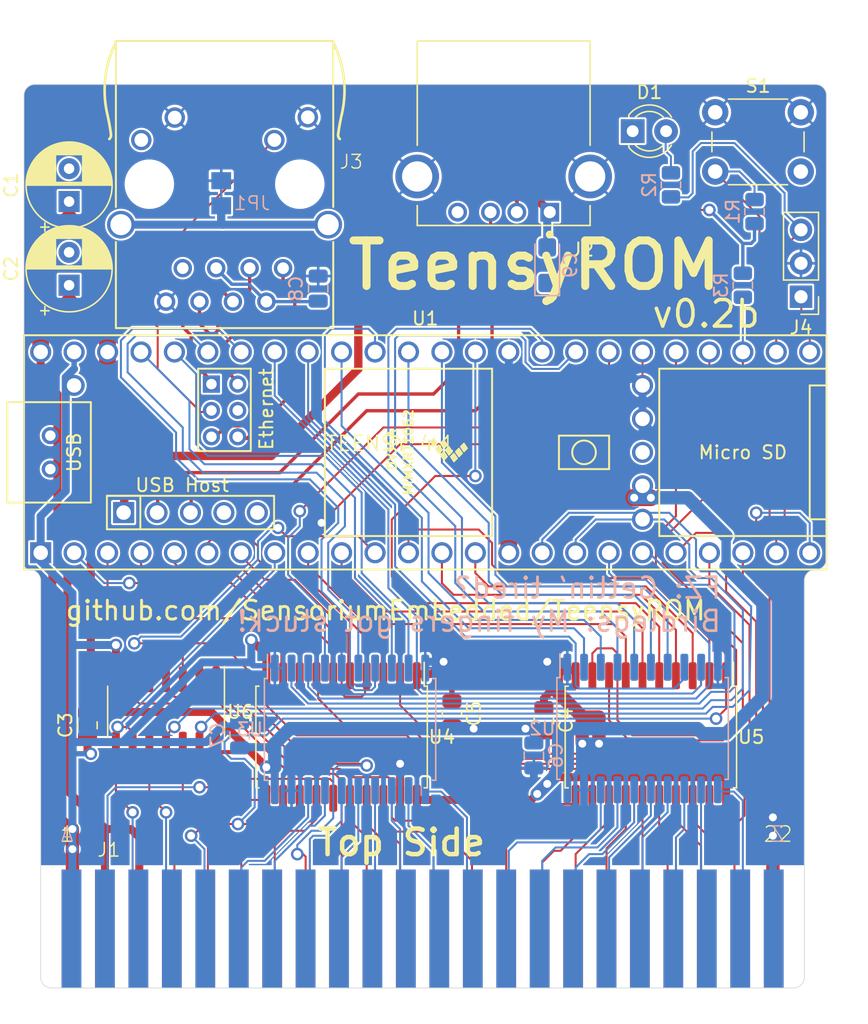
<source format=kicad_pcb>
(kicad_pcb (version 20211014) (generator pcbnew)
  (layers (0 "F.Cu" signal) (31 "B.Cu" signal) (34 "B.Paste" user) (35 "F.Paste" user) (36 "B.SilkS" user "B.Silkscreen") (37 "F.SilkS" user "F.Silkscreen") (38 "B.Mask" user) (39 "F.Mask" user) (44 "Edge.Cuts" user))
  (net 0 "")
  (net 1 "+5V")
  (net 2 "GND")
  (net 3 "Net-(C8-Pad2)")
  (net 4 "Net-(D1-PadA)")
  (net 5 "/~{IRQ}")
  (net 6 "/R{slash}~{W}")
  (net 7 "/DOT_CLK")
  (net 8 "/~{IO1}")
  (net 9 "/~{GAME}")
  (net 10 "/~{EXROM}")
  (net 11 "/~{IO2}")
  (net 12 "/~{ROML}")
  (net 13 "/BA")
  (net 14 "/~{DMA}")
  (net 15 "/D7")
  (net 16 "/D6")
  (net 17 "/D5")
  (net 18 "/D4")
  (net 19 "/D3")
  (net 20 "/D2")
  (net 21 "/D1")
  (net 22 "/D0")
  (net 23 "/~{ROMH}")
  (net 24 "/~{RESET}")
  (net 25 "/~{NMI}")
  (net 26 "/PHI2")
  (net 27 "/A15")
  (net 28 "/A14")
  (net 29 "/A13")
  (net 30 "/A12")
  (net 31 "/A11")
  (net 32 "/A10")
  (net 33 "/A9")
  (net 34 "/A8")
  (net 35 "/A7")
  (net 36 "/A6")
  (net 37 "/A5")
  (net 38 "/A4")
  (net 39 "/A3")
  (net 40 "/A2")
  (net 41 "/A1")
  (net 42 "/A0")
  (net 43 "/ETH_T+")
  (net 44 "/ETH_T-")
  (net 45 "/ETH_R+")
  (net 46 "/ETH_R-")
  (net 48 "/ETH_LED")
  (net 50 "+3V3")
  (net 51 "Net-(J3-PadS1)")
  (net 52 "/DEBUG")
  (net 53 "/LED")
  (net 54 "/~{BUTTON}")
  (net 55 "/~{DATA_CE}")
  (net 56 "/A7_B")
  (net 57 "/A6_B")
  (net 58 "/A5_B")
  (net 59 "/A4_B")
  (net 60 "/A3_B")
  (net 61 "/A2_B")
  (net 62 "/A1_B")
  (net 63 "/A0_B")
  (net 64 "/A15_B")
  (net 65 "/A14_B")
  (net 66 "/A13_B")
  (net 67 "/A12_B")
  (net 68 "/A11_B")
  (net 69 "/A10_B")
  (net 70 "/A9_B")
  (net 71 "/A8_B")
  (net 72 "/BA_B")
  (net 73 "/~{ROML_B}")
  (net 74 "/~{IO2_B}")
  (net 75 "/~{ROMH_B}")
  (net 76 "/~{IO1_B}")
  (net 77 "/DOT_CLK_B")
  (net 78 "/R{slash}~{W_B}")
  (net 79 "/PHI2_B")
  (net 80 "/D0_B")
  (net 81 "/D1_B")
  (net 82 "/D2_B")
  (net 83 "/D3_B")
  (net 84 "/D4_B")
  (net 85 "/D5_B")
  (net 86 "/D6_B")
  (net 87 "/D7_B")
  (net 88 "/~{GAME_O}")
  (net 89 "/~{DMA_O}")
  (net 90 "/~{EXROM_O}")
  (net 91 "/~{RESET_O}")
  (net 92 "/~{NMI_O}")
  (net 93 "/~{IRQ_O}")
  (footprint "Teensy:Teensy41" (layer "F.Cu") (at 148.503358 98.6379)
    (fp_text reference "U1")
    (fp_text value "TEENSY41")
  )
  (footprint "Capacitor_THT:CP_Radial_D6.3mm_P2.50mm" (layer "F.Cu") (at 121.4501 79.6036 90)
    (fp_text reference "C1")
    (fp_text value "100uF")
  )
  (footprint "Button_Switch_THT:SW_PUSH_6mm_H5mm" (layer "F.Cu") (at 170.533649 72.824288)
    (fp_text reference "S1")
    (fp_text value "SW-MOM")
  )
  (footprint "LED_THT:LED_D3.0mm" (layer "F.Cu") (at 164.262566 74.259229)
    (fp_text reference "D1")
    (fp_text value "GRN")
  )
  (footprint "Package_SO:SOIC-14_3.9x8.7mm_P1.27mm" (layer "F.Cu") (at 128.8161 118.3386 -90)
    (fp_text reference "U6")
    (fp_text value "74LVC07")
  )
  (footprint "Connector_PinHeader_2.54mm:PinHeader_1x03_P2.54mm_Vertical" (layer "F.Cu") (at 177.0511 86.8276 180)
    (fp_text reference "J4")
    (fp_text value "3 pin Header")
  )
  (footprint "Package_SO:SOIC-20W_7.5x12.8mm_P1.27mm" (layer "F.Cu") (at 142.1511 120.2436 -90)
    (fp_text reference "U4")
    (fp_text value "74LCV245")
  )
  (footprint "TeensyROM:CONN12_J1B1211CCD_WIZ" (layer "F.Cu") (at 133.2611 79.6036 180)
    (fp_text reference "J3")
    (fp_text value "J1B1211CCD")
  )
  (footprint "Package_SO:SOIC-20W_7.5x12.8mm_P1.27mm" (layer "F.Cu") (at 165.6461 120.2436 -90)
    (fp_text reference "U5")
    (fp_text value "74LCV245")
  )
  (footprint "TeensyROM:EXPANSIO_SQ" (layer "F.Cu") (at 148.304449 139.301657 180)
    (fp_text reference "J1")
    (fp_text value "C64-EXPANSION-PORT" hide)
  )
  (footprint "Capacitor_SMD:C_0805_2012Metric" (layer "F.Cu") (at 157.5181 118.9736 -90)
    (fp_text reference "C4")
    (fp_text value "0.1 uF")
  )
  (footprint "Capacitor_SMD:C_0805_2012Metric" (layer "F.Cu") (at 122.8471 119.3546 90)
    (fp_text reference "C3")
    (fp_text value "0.1 uF")
  )
  (footprint "Capacitor_SMD:C_0805_2012Metric" (layer "F.Cu") (at 150.5331 118.4656 -90)
    (fp_text reference "C5")
    (fp_text value "0.1 uF")
  )
  (footprint "USB Type-A:TE_292303-1" (layer "F.Cu") (at 157.963176 80.407037 180)
    (fp_text reference "J2")
    (fp_text value "292303-1")
  )
  (footprint "Capacitor_THT:CP_Radial_D6.3mm_P2.50mm" (layer "F.Cu") (at 121.4501 85.9536 90)
    (fp_text reference "C2")
    (fp_text value "100uF")
  )
  (footprint "Capacitor_SMD:C_0805_2012Metric" (layer "B.Cu") (at 140.3731 86.2076 -90)
    (fp_text reference "C8")
    (fp_text value "0.1 uF")
  )
  (footprint "Capacitor_SMD:C_0805_2012Metric" (layer "B.Cu") (at 156.7561 121.6406 90)
    (fp_text reference "C6")
    (fp_text value "0.1 uF")
  )
  (footprint "TeensyROM:SHORT" (layer "B.Cu") (at 133.0071 78.9686 -90)
    (fp_text reference "JP1")
    (fp_text value "SHORTSMT")
  )
  (footprint "Resistor_SMD:R_0805_2012Metric" (layer "B.Cu") (at 172.6311 85.9536 -90)
    (fp_text reference "R3")
    (fp_text value "10k")
  )
  (footprint "Capacitor_Tantalum_SMD:CP_EIA-3216-18_Kemet-A" (layer "B.Cu") (at 157.7721 84.4296 90)
    (fp_text reference "C9")
    (fp_text value "100uF")
  )
  (footprint "Resistor_SMD:R_0805_2012Metric" (layer "B.Cu") (at 173.5201 80.3656 -90)
    (fp_text reference "R1")
    (fp_text value "10k")
  )
  (footprint "Capacitor_SMD:C_0805_2012Metric" (layer "B.Cu") (at 134.4041 120.1166 -90)
    (fp_text reference "C7")
    (fp_text value "0.1 uF")
  )
  (footprint "Package_SO:SOIC-20W_7.5x12.8mm_P1.27mm" (layer "B.Cu") (at 142.793994 119.662633 -90)
    (fp_text reference "U3")
    (fp_text value "74LCV245")
  )
  (footprint "Resistor_SMD:R_0805_2012Metric" (layer "B.Cu") (at 167.1701 78.3336 -90)
    (fp_text reference "R2")
    (fp_text value "1k")
  )
  (footprint "Package_SO:SOIC-20W_7.5x12.8mm_P1.27mm" (layer "B.Cu") (at 165.016498 119.596122 -90)
    (fp_text reference "U2")
    (fp_text value "74LCV245")
  )
  (gr_line (start 178.9811 106.7181) (end 178.9811 71.5391) (layer "Edge.Cuts") (width 0.05))
  (gr_line (start 118.0211 71.5391) (end 118.0211 107.0991) (layer "Edge.Cuts") (width 0.05))
  (gr_arc (start 118.0211 71.5391) (mid 118.262882 70.955382) (end 118.8466 70.7136) (layer "Edge.Cuts") (width 0.05))
  (gr_arc (start 118.4656 107.5436) (mid 118.151291 107.413409) (end 118.0211 107.0991) (layer "Edge.Cuts") (width 0.05))
  (gr_arc (start 178.9811 106.7181) (mid 178.739317 107.301817) (end 178.1556 107.5436) (layer "Edge.Cuts") (width 0.05))
  (gr_arc (start 118.4656 107.5436) (mid 119.049317 107.785383) (end 119.2911 108.3691) (layer "Edge.Cuts") (width 0.05))
  (gr_line (start 120.1166 139.2936) (end 176.4792 139.2936) (layer "Edge.Cuts") (width 0.05))
  (gr_line (start 177.3047 138.4681) (end 177.3047 108.3691) (layer "Edge.Cuts") (width 0.05))
  (gr_arc (start 177.3047 108.3691) (mid 177.546483 107.785383) (end 178.1302 107.5436) (layer "Edge.Cuts") (width 0.05))
  (gr_line (start 119.2911 108.3691) (end 119.2911 138.4681) (layer "Edge.Cuts") (width 0.05))
  (gr_line (start 178.1556 70.7136) (end 118.8466 70.7136) (layer "Edge.Cuts") (width 0.05))
  (gr_arc (start 120.1166 139.2936) (mid 119.532883 139.051817) (end 119.2911 138.4681) (layer "Edge.Cuts") (width 0.05))
  (gr_arc (start 177.3047 138.4681) (mid 177.062917 139.051817) (end 176.4792 139.2936) (layer "Edge.Cuts") (width 0.05))
  (gr_arc (start 178.1556 70.7136) (mid 178.739317 70.955383) (end 178.9811 71.5391) (layer "Edge.Cuts") (width 0.05))
  (gr_line (start 178.1302 107.5436) (end 178.1556 107.5436) (layer "Edge.Cuts") (width 0.05))
  (gr_text "FZ: Gettin' tired?\nBirdlegs: My fingers got stuck!" (at 171.1071 112.3696) (layer "B.SilkS") (effects (font (size 1.56464 1.56464) (thickness 0.21336)) (justify left bottom mirror)))
  (gr_text "TeensyROM" (at 142.3289 86.4616) (layer "F.SilkS") (effects (font (size 3.4544 3.4544) (thickness 0.6096)) (justify left bottom)))
  (gr_text "v0.2b" (at 165.5953 89.3064) (layer "F.SilkS") (effects (font (size 2.01168 2.01168) (thickness 0.27432)) (justify left bottom)))
  (gr_text "Top Side" (at 140.1191 129.3876) (layer "F.SilkS") (effects (font (size 1.9431 1.9431) (thickness 0.3429)) (justify left bottom)))
  (gr_text "github.com/SensoriumEmbedded/TeensyROM" (at 121.0691 111.4806) (layer "F.SilkS") (effects (font (size 1.43637 1.43637) (thickness 0.21463)) (justify left bottom)))
  (segment (start 137.4521 100.1776) (end 143.4211 94.2086) (width 0.254) (layer "F.Cu") (net 0))
  (segment (start 155.9941 87.8586) (end 156.6291 87.2236) (width 0.254) (layer "F.Cu") (net 0))
  (segment (start 152.3111 95.4786) (end 153.5811 94.2086) (width 0.254) (layer "F.Cu") (net 0))
  (segment (start 151.4221 77.6986) (end 155.2671 77.6986) (width 0.635) (layer "F.Cu") (net 0))
  (segment (start 149.1361 94.2086) (end 151.0411 92.3036) (width 0.254) (layer "F.Cu") (net 0))
  (segment (start 155.4861 80.3857) (end 155.4701 80.4017) (width 0.254) (layer "F.Cu") (net 0))
  (segment (start 143.4211 94.2086) (end 149.1361 94.2086) (width 0.254) (layer "F.Cu") (net 0))
  (segment (start 155.9941 85.9536) (end 154.2161 85.9536) (width 0.254) (layer "F.Cu") (net 0))
  (segment (start 143.4211 92.3036) (end 143.4211 85.6996) (width 0.635) (layer "F.Cu") (net 0))
  (segment (start 138.3411 101.1936) (end 144.0561 95.4786) (width 0.254) (layer "F.Cu") (net 0))
  (segment (start 152.1841 79.7306) (end 152.9461 78.9686) (width 0.254) (layer "F.Cu") (net 0))
  (segment (start 125.6411 103.2736) (end 125.6411 101.3206) (width 0.635) (layer "F.Cu") (net 0))
  (segment (start 136.8171 98.9076) (end 143.4211 92.3036) (width 0.635) (layer "F.Cu") (net 0))
  (segment (start 155.4861 79.6036) (end 155.4861 80.3857) (width 0.254) (layer "F.Cu") (net 0))
  (segment (start 130.7211 101.8286) (end 131.3561 101.1936) (width 0.254) (layer "F.Cu") (net 0))
  (segment (start 151.0411 92.3036) (end 151.0411 83.4136) (width 0.254) (layer "F.Cu") (net 0))
  (segment (start 156.6291 87.2236) (end 156.6291 86.5886) (width 0.254) (layer "F.Cu") (net 0))
  (segment (start 128.1811 101.8286) (end 129.8321 100.1776) (width 0.254) (layer "F.Cu") (net 0))
  (segment (start 144.0561 95.4786) (end 152.3111 95.4786) (width 0.254) (layer "F.Cu") (net 0))
  (segment (start 128.1811 103.2736) (end 128.1811 101.8286) (width 0.254) (layer "F.Cu") (net 0))
  (segment (start 152.9461 78.9686) (end 154.8511 78.9686) (width 0.254) (layer "F.Cu") (net 0))
  (segment (start 151.0411 83.4136) (end 152.1841 82.2706) (width 0.254) (layer "F.Cu") (net 0))
  (segment (start 154.2161 85.9536) (end 153.4701 85.2076) (width 0.254) (layer "F.Cu") (net 0))
  (segment (start 155.2671 77.6986) (end 157.9702 80.4017) (width 0.635) (layer "F.Cu") (net 0))
  (segment (start 153.4701 80.4017) (end 153.4701 85.2076) (width 0.254) (layer "F.Cu") (net 0))
  (segment (start 156.6291 86.5886) (end 155.9941 85.9536) (width 0.254) (layer "F.Cu") (net 0))
  (segment (start 152.1841 82.2706) (end 152.1841 79.7306) (width 0.254) (layer "F.Cu") (net 0))
  (segment (start 153.5811 94.2086) (end 153.5811 88.4936) (width 0.254) (layer "F.Cu") (net 0))
  (segment (start 143.4211 85.6996) (end 151.4221 77.6986) (width 0.635) (layer "F.Cu") (net 0))
  (segment (start 131.3561 101.1936) (end 138.3411 101.1936) (width 0.254) (layer "F.Cu") (net 0))
  (segment (start 154.8511 78.9686) (end 155.4861 79.6036) (width 0.254) (layer "F.Cu") (net 0))
  (segment (start 129.8321 100.1776) (end 137.4521 100.1776) (width 0.254) (layer "F.Cu") (net 0))
  (segment (start 125.6411 101.3206) (end 128.0541 98.9076) (width 0.635) (layer "F.Cu") (net 0))
  (segment (start 153.5811 88.4936) (end 154.2161 87.8586) (width 0.254) (layer "F.Cu") (net 0))
  (segment (start 130.7211 103.2736) (end 130.7211 101.8286) (width 0.254) (layer "F.Cu") (net 0))
  (segment (start 154.2161 87.8586) (end 155.9941 87.8586) (width 0.254) (layer "F.Cu") (net 0))
  (segment (start 128.0541 98.9076) (end 136.8171 98.9076) (width 0.635) (layer "F.Cu") (net 0))
  (segment (start 157.7721 82.9546) (end 157.7721 80.5998) (width 0.6096) (layer "B.Cu") (net 0))
  (segment (start 157.7721 80.5998) (end 157.9702 80.4017) (width 0.6096) (layer "B.Cu") (net 0))
  (segment (start 126.7079 134.7936) (end 126.7841 132.8251) (width 0.6096) (layer "F.Cu") (net 1))
  (segment (start 120.5611 106.9086) (end 120.5611 94.2086) (width 0.6096) (layer "F.Cu") (net 1))
  (segment (start 124.1806 127.2921) (end 124.1679 134.7936) (width 0.6096) (layer "F.Cu") (net 1))
  (segment (start 126.7841 127.8636) (end 126.1491 127.2286) (width 0.6096) (layer "F.Cu") (net 1))
  (segment (start 120.5611 94.2086) (end 119.2911 92.9386) (width 0.6096) (layer "F.Cu") (net 1))
  (segment (start 119.2911 91.0336) (end 119.2911 83.0326) (width 1.27) (layer "F.Cu") (net 1))
  (segment (start 126.7841 132.8251) (end 126.7841 127.8636) (width 0.6096) (layer "F.Cu") (net 1))
  (segment (start 124.2441 127.2286) (end 124.1806 127.2921) (width 0.6096) (layer "F.Cu") (net 1))
  (segment (start 126.1491 127.2286) (end 124.2441 127.2286) (width 0.6096) (layer "F.Cu") (net 1))
  (segment (start 119.2911 83.0326) (end 121.4501 80.8736) (width 1.27) (layer "F.Cu") (net 1))
  (segment (start 121.3231 124.3076) (end 121.3231 107.6706) (width 0.6096) (layer "F.Cu") (net 1))
  (segment (start 121.3231 107.6706) (end 120.5611 106.9086) (width 0.6096) (layer "F.Cu") (net 1))
  (segment (start 119.2911 92.9386) (end 119.2911 91.0336) (width 0.6096) (layer "F.Cu") (net 1))
  (segment (start 124.2441 127.2286) (end 121.3231 124.3076) (width 0.6096) (layer "F.Cu") (net 1))
  (segment (start 157.7721 114.5286) (end 158.0261 114.5286) (width 0.6096) (layer "F.Cu") (net 2))
  (segment (start 149.2123 115.3414) (end 149.8981 114.5286) (width 0.6096) (layer "F.Cu") (net 2))
  (segment (start 165.0111 94.2086) (end 165.0111 91.0336) (width 0.1524) (layer "F.Cu") (net 2))
  (segment (start 161.6981 118.7306) (end 161.6981 120.7406) (width 1.016) (layer "F.Cu") (net 2))
  (segment (start 140.6271 103.9876) (end 146.5961 98.0186) (width 0.1524) (layer "F.Cu") (net 2))
  (segment (start 149.8981 114.5286) (end 156.2481 114.5286) (width 1.27) (layer "F.Cu") (net 2))
  (segment (start 160.4281 118.7086) (end 160.4281 120.4866) (width 1.016) (layer "F.Cu") (net 2))
  (segment (start 157.5181 118.0736) (end 157.5181 117.3226) (width 0.6096) (layer "F.Cu") (net 2))
  (segment (start 146.5961 98.0186) (end 161.2011 98.0186) (width 0.1524) (layer "F.Cu") (net 2))
  (segment (start 158.6611 116.0526) (end 158.2801 116.0526) (width 0.1524) (layer "F.Cu") (net 2))
  (segment (start 158.6611 115.1636) (end 159.8803 115.1636) (width 0.6096) (layer "F.Cu") (net 2))
  (segment (start 161.6981 120.7406) (end 161.7091 120.7516) (width 0.1524) (layer "F.Cu") (net 2))
  (segment (start 160.4281 118.7086) (end 156.2481 114.5286) (width 1.016) (layer "F.Cu") (net 2))
  (segment (start 174.9171 132.8251) (end 174.9171 126.3396) (width 1.016) (layer "F.Cu") (net 2))
  (segment (start 156.2481 114.5286) (end 157.7721 114.5286) (width 1.27) (layer "F.Cu") (net 2))
  (segment (start 158.6611 116.0526) (end 158.6611 115.1636) (width 0.6096) (layer "F.Cu") (net 2))
  (segment (start 150.5331 117.5656) (end 150.5331 116.6622) (width 0.4064) (layer "F.Cu") (net 2))
  (segment (start 150.5331 116.6622) (end 149.2123 115.3414) (width 0.4064) (layer "F.Cu") (net 2))
  (segment (start 148.916543 115.455932) (end 149.2123 115.3414) (width 0.6096) (layer "F.Cu") (net 2))
  (segment (start 157.5181 117.3226) (end 158.6611 116.0526) (width 0.6096) (layer "F.Cu") (net 2))
  (segment (start 158.0261 114.5286) (end 158.6611 115.1636) (width 1.016) (layer "F.Cu") (net 2))
  (segment (start 174.9679 134.7936) (end 174.9171 132.8251) (width 0.6096) (layer "F.Cu") (net 2))
  (segment (start 161.2011 98.0186) (end 165.0111 94.2086) (width 0.1524) (layer "F.Cu") (net 2))
  (segment (start 160.4281 120.4866) (end 160.4391 120.7516) (width 1.016) (layer "F.Cu") (net 2))
  (segment (start 160.5551 118.7306) (end 161.6981 118.7306) (width 1.016) (layer "F.Cu") (net 2))
  (segment (start 159.8803 115.1636) (end 159.9311 115.4684) (width 0.6096) (layer "F.Cu") (net 2))
  (segment (start 157.3911 115.1636) (end 158.0261 115.7986) (width 1.016) (layer "F.Cu") (net 2))
  (segment (start 146.5961 125.0188) (end 146.5961 122.2756) (width 0.6096) (layer "F.Cu") (net 2))
  (segment (start 158.2801 116.0526) (end 158.0261 115.7986) (width 0.1524) (layer "F.Cu") (net 2))
  (segment (start 147.8661 115.4684) (end 148.916543 115.455932) (width 0.6096) (layer "F.Cu") (net 2))
  (via (at 174.9171 127.7366) (size 0.9556) (drill 0.6) (layers "F.Cu" "B.Cu") (net 2))
  (via (at 149.8981 114.5286) (size 0.9556) (drill 0.6) (layers "F.Cu" "B.Cu") (net 2))
  (via (at 161.7091 120.7516) (size 0.9556) (drill 0.6) (layers "F.Cu" "B.Cu") (net 2))
  (via (at 146.5961 122.2756) (size 0.9556) (drill 0.6) (layers "F.Cu" "B.Cu") (net 2))
  (via (at 174.9171 126.3396) (size 0.9556) (drill 0.6) (layers "F.Cu" "B.Cu") (net 2))
  (via (at 140.6271 103.9876) (size 0.9556) (drill 0.6) (layers "F.Cu" "B.Cu") (net 2))
  (via (at 160.4391 120.7516) (size 0.9556) (drill 0.6) (layers "F.Cu" "B.Cu") (net 2))
  (via (at 157.7721 114.5286) (size 0.9556) (drill 0.6) (layers "F.Cu" "B.Cu") (net 2))
  (segment (start 154.8511 92.6846) (end 154.8511 91.0336) (width 0.6096) (layer "B.Cu") (net 2))
  (segment (start 140.3731 120.7516) (end 138.3411 122.7836) (width 0.6096) (layer "B.Cu") (net 2))
  (segment (start 148.5519 114.5286) (end 157.7721 114.5286) (width 0.6096) (layer "B.Cu") (net 2))
  (segment (start 170.7261 114.8334) (end 170.7261 112.6236) (width 0.6096) (layer "B.Cu") (net 2))
  (segment (start 159.2453 114.5286) (end 159.2961 114.8334) (width 0.6096) (layer "B.Cu") (net 2))
  (segment (start 161.2011 107.4166) (end 160.8201 107.7976) (width 0.6096) (layer "B.Cu") (net 2))
  (segment (start 163.7411 106.9086) (end 163.7411 105.5116) (width 0.6096) (layer "B.Cu") (net 2))
  (segment (start 157.7721 114.5286) (end 159.2453 114.5286) (width 0.6096) (layer "B.Cu") (net 2))
  (segment (start 164.7571 97.3836) (end 165.0111 97.1296) (width 0.6096) (layer "B.Cu") (net 2))
  (segment (start 174.9171 132.8251) (end 174.9171 126.3396) (width 0.6096) (layer "B.Cu") (net 2))
  (segment (start 161.8361 104.8766) (end 161.2011 105.5116) (width 0.6096) (layer "B.Cu") (net 2))
  (segment (start 174.9171 126.3396) (end 174.9171 122.1486) (width 0.6096) (layer "B.Cu") (net 2))
  (segment (start 148.5011 114.8334) (end 148.5519 114.5286) (width 0.6096) (layer "B.Cu") (net 2))
  (segment (start 163.7411 105.5116) (end 163.1061 104.8766) (width 0.6096) (layer "B.Cu") (net 2))
  (segment (start 164.5031 93.0656) (end 155.2321 93.0656) (width 0.6096) (layer "B.Cu") (net 2))
  (segment (start 156.1211 107.0356) (end 156.1211 102.2096) (width 0.6096) (layer "B.Cu") (net 2))
  (segment (start 160.4391 120.7516) (end 160.4391 121.7676) (width 0.6096) (layer "B.Cu") (net 2))
  (segment (start 153.8351 126.5936) (end 151.8031 124.5616) (width 0.6096) (layer "B.Cu") (net 2))
  (segment (start 160.8201 122.1486) (end 160.5661 122.4026) (width 0.6096) (layer "B.Cu") (net 2))
  (segment (start 159.9311 126.5936) (end 154.4701 126.5936) (width 0.6096) (layer "B.Cu") (net 2))
  (segment (start 154.4701 125.7046) (end 154.4701 126.5936) (width 0.6096) (layer "B.Cu") (net 2))
  (segment (start 173.9011 105.2576) (end 165.0111 96.3676) (width 0.6096) (layer "B.Cu") (net 2))
  (segment (start 163.1061 104.8766) (end 161.8361 104.8766) (width 0.6096) (layer "B.Cu") (net 2))
  (segment (start 146.7231 120.7516) (end 140.3731 120.7516) (width 0.6096) (layer "B.Cu") (net 2))
  (segment (start 160.5661 124.3838) (end 160.5661 122.4026) (width 0.6096) (layer "B.Cu") (net 2))
  (segment (start 142.1511 114.8334) (end 142.1511 111.3536) (width 0.1524) (layer "B.Cu") (net 2))
  (segment (start 174.9171 118.4656) (end 175.4251 117.9576) (width 0.6096) (layer "B.Cu") (net 2))
  (segment (start 146.7231 120.7516) (end 151.8031 120.7516) (width 0.6096) (layer "B.Cu") (net 2))
  (segment (start 160.4391 121.7676) (end 160.8201 122.1486) (width 0.6096) (layer "B.Cu") (net 2))
  (segment (start 174.9171 122.1486) (end 174.9171 118.4656) (width 0.6096) (layer "B.Cu") (net 2))
  (segment (start 170.7261 112.6236) (end 165.6461 107.5436) (width 0.6096) (layer "B.Cu") (net 2))
  (segment (start 160.9471 97.3836) (end 164.7571 97.3836) (width 0.6096) (layer "B.Cu") (net 2))
  (segment (start 142.1511 111.3536) (end 138.5951 107.7976) (width 0.1524) (layer "B.Cu") (net 2))
  (segment (start 175.4251 117.9576) (end 175.4251 109.0676) (width 0.6096) (layer "B.Cu") (net 2))
  (segment (start 160.5661 124.3838) (end 160.5661 125.9586) (width 0.6096) (layer "B.Cu") (net 2))
  (segment (start 156.1211 102.2096) (end 160.9471 97.3836) (width 0.6096) (layer "B.Cu") (net 2))
  (segment (start 165.0111 93.5736) (end 164.5031 93.0656) (width 0.6096) (layer "B.Cu") (net 2))
  (segment (start 160.5661 125.9586) (end 159.9311 126.5936) (width 0.6096) (layer "B.Cu") (net 2))
  (segment (start 161.2011 105.5116) (end 161.2011 107.4166) (width 0.6096) (layer "B.Cu") (net 2))
  (segment (start 160.8201 107.7976) (end 156.8831 107.7976) (width 0.6096) (layer "B.Cu") (net 2))
  (segment (start 156.8831 107.7976) (end 156.1211 107.0356) (width 0.6096) (layer "B.Cu") (net 2))
  (segment (start 151.8031 124.5616) (end 151.8031 120.7516) (width 0.6096) (layer "B.Cu") (net 2))
  (segment (start 156.7561 123.4186) (end 154.4701 125.7046) (width 0.6096) (layer "B.Cu") (net 2))
  (segment (start 165.6461 107.5436) (end 164.3761 107.5436) (width 0.6096) (layer "B.Cu") (net 2))
  (segment (start 175.4251 109.0676) (end 173.9011 107.5436) (width 0.6096) (layer "B.Cu") (net 2))
  (segment (start 155.2321 93.0656) (end 154.8511 92.6846) (width 0.6096) (layer "B.Cu") (net 2))
  (segment (start 139.9921 103.9876) (end 140.6271 103.9876) (width 0.1524) (layer "B.Cu") (net 2))
  (segment (start 154.4701 126.5936) (end 153.8351 126.5936) (width 0.6096) (layer "B.Cu") (net 2))
  (segment (start 174.9679 134.7936) (end 174.9171 132.8251) (width 0.6096) (layer "B.Cu") (net 2))
  (segment (start 138.5951 107.7976) (end 138.5951 105.3846) (width 0.1524) (layer "B.Cu") (net 2))
  (segment (start 138.3411 124.3838) (end 138.3411 122.7836) (width 0.6096) (layer "B.Cu") (net 2))
  (segment (start 156.7561 122.5406) (end 156.7561 123.4186) (width 0.6096) (layer "B.Cu") (net 2))
  (segment (start 165.0111 97.1296) (end 165.0111 96.3676) (width 0.6096) (layer "B.Cu") (net 2))
  (segment (start 174.9171 122.1486) (end 160.8201 122.1486) (width 0.6096) (layer "B.Cu") (net 2))
  (segment (start 146.5961 120.8786) (end 146.7231 120.7516) (width 0.6096) (layer "B.Cu") (net 2))
  (segment (start 165.0111 96.3676) (end 165.0111 93.5736) (width 0.6096) (layer "B.Cu") (net 2))
  (segment (start 146.5961 122.2756) (end 146.5961 120.8786) (width 0.6096) (layer "B.Cu") (net 2))
  (segment (start 173.9011 107.5436) (end 173.9011 105.2576) (width 0.6096) (layer "B.Cu") (net 2))
  (segment (start 164.3761 107.5436) (end 163.7411 106.9086) (width 0.6096) (layer "B.Cu") (net 2))
  (segment (start 138.5951 105.3846) (end 139.9921 103.9876) (width 0.1524) (layer "B.Cu") (net 2))
  (segment (start 132.6261 84.6582) (end 132.6261 84.6836) (width 0.254) (layer "B.Cu") (net 3))
  (segment (start 132.6261 84.6836) (end 133.8199 85.8774) (width 0.254) (layer "B.Cu") (net 3))
  (segment (start 140.2825 87.1982) (end 140.3731 87.1076) (width 0.254) (layer "B.Cu") (net 3))
  (segment (start 133.8199 85.8774) (end 135.1153 85.8774) (width 0.254) (layer "B.Cu") (net 3))
  (segment (start 135.1153 85.8774) (end 136.4361 87.1982) (width 0.254) (layer "B.Cu") (net 3))
  (segment (start 136.4361 87.1982) (end 140.2825 87.1982) (width 0.254) (layer "B.Cu") (net 3))
  (segment (start 167.1701 76.1746) (end 167.1701 77.3836) (width 0.1524) (layer "B.Cu") (net 4))
  (segment (start 166.7691 74.2696) (end 166.7691 75.7736) (width 0.1524) (layer "B.Cu") (net 4))
  (segment (start 166.7691 75.7736) (end 167.1701 76.1746) (width 0.1524) (layer "B.Cu") (net 4))
  (segment (start 130.0861 126.7206) (end 129.4511 127.3556) (width 0.1524) (layer "F.Cu") (net 5))
  (segment (start 130.0861 121.412) (end 130.0861 126.7206) (width 0.1524) (layer "F.Cu") (net 5))
  (segment (start 129.4511 132.6981) (end 129.4511 127.3556) (width 0.1524) (layer "F.Cu") (net 5))
  (segment (start 129.2479 134.7936) (end 129.4511 132.6981) (width 0.1524) (layer "F.Cu") (net 5))
  (segment (start 137.7061 126.3396) (end 137.7061 125.0188) (width 0.1524) (layer "F.Cu") (net 6))
  (segment (start 131.7879 134.7936) (end 131.9911 132.6981) (width 0.1524) (layer "F.Cu") (net 6))
  (segment (start 171.3611 118.0846) (end 170.5991 118.8466) (width 0.1524) (layer "F.Cu") (net 6))
  (segment (start 137.1981 126.8476) (end 134.2771 126.8476) (width 0.1524) (layer "F.Cu") (net 6))
  (segment (start 131.9911 132.6981) (end 131.9911 127.8636) (width 0.1524) (layer "F.Cu") (net 6))
  (segment (start 133.0071 126.8476) (end 134.2771 126.8476) (width 0.1524) (layer "F.Cu") (net 6))
  (segment (start 171.3611 115.4684) (end 171.3611 118.0846) (width 0.1524) (layer "F.Cu") (net 6))
  (segment (start 137.1981 126.8476) (end 137.7061 126.3396) (width 0.1524) (layer "F.Cu") (net 6))
  (segment (start 131.9911 127.8636) (end 133.0071 126.8476) (width 0.1524) (layer "F.Cu") (net 6))
  (via (at 170.5991 118.8466) (size 0.9556) (drill 0.6) (layers "F.Cu" "B.Cu") (net 6))
  (via (at 134.2771 126.8476) (size 0.9556) (drill 0.6) (layers "F.Cu" "B.Cu") (net 6))
  (segment (start 133.7691 121.8946) (end 134.7851 121.8946) (width 0.1524) (layer "B.Cu") (net 6))
  (segment (start 135.5471 125.5776) (end 134.2771 126.8476) (width 0.1524) (layer "B.Cu") (net 6))
  (segment (start 134.7851 121.8946) (end 135.5471 122.6566) (width 0.1524) (layer "B.Cu") (net 6))
  (segment (start 170.5991 118.8466) (end 137.7061 118.8466) (width 0.1524) (layer "B.Cu") (net 6))
  (segment (start 136.4361 120.1166) (end 133.7691 120.1166) (width 0.1524) (layer "B.Cu") (net 6))
  (segment (start 137.7061 118.8466) (end 136.4361 120.1166) (width 0.1524) (layer "B.Cu") (net 6))
  (segment (start 133.2611 121.3866) (end 133.7691 121.8946) (width 0.1524) (layer "B.Cu") (net 6))
  (segment (start 133.7691 120.1166) (end 133.2611 120.6246) (width 0.1524) (layer "B.Cu") (net 6))
  (segment (start 133.2611 120.6246) (end 133.2611 121.3866) (width 0.1524) (layer "B.Cu") (net 6))
  (segment (start 135.5471 122.6566) (end 135.5471 125.5776) (width 0.1524) (layer "B.Cu") (net 6))
  (segment (start 135.4201 127.2921) (end 137.5156 127.2921) (width 0.1524) (layer "F.Cu") (net 7))
  (segment (start 138.9761 126.3396) (end 138.9761 125.0188) (width 0.1524) (layer "F.Cu") (net 7))
  (segment (start 137.5156 127.2921) (end 138.1506 126.6571) (width 0.1524) (layer "F.Cu") (net 7))
  (segment (start 134.5311 128.1811) (end 135.4201 127.2921) (width 0.1524) (layer "F.Cu") (net 7))
  (segment (start 134.5311 132.6981) (end 134.5311 128.1811) (width 0.1524) (layer "F.Cu") (net 7))
  (segment (start 134.3279 134.7936) (end 134.5311 132.6981) (width 0.1524) (layer "F.Cu") (net 7))
  (segment (start 138.6586 126.6571) (end 138.9761 126.3396) (width 0.1524) (layer "F.Cu") (net 7))
  (segment (start 138.1506 126.6571) (end 138.6586 126.6571) (width 0.1524) (layer "F.Cu") (net 7))
  (segment (start 138.2141 127.3556) (end 139.3571 127.3556) (width 0.1524) (layer "F.Cu") (net 8))
  (segment (start 140.2461 126.4666) (end 140.2461 125.0188) (width 0.1524) (layer "F.Cu") (net 8))
  (segment (start 137.0711 128.4986) (end 138.2141 127.3556) (width 0.1524) (layer "F.Cu") (net 8))
  (segment (start 139.3571 127.3556) (end 140.2461 126.4666) (width 0.1524) (layer "F.Cu") (net 8))
  (segment (start 137.0711 132.6981) (end 137.0711 128.4986) (width 0.1524) (layer "F.Cu") (net 8))
  (segment (start 136.8679 134.7936) (end 137.0711 132.6981) (width 0.1524) (layer "F.Cu") (net 8))
  (segment (start 139.1031 122.2756) (end 143.9291 122.2756) (width 0.1524) (layer "F.Cu") (net 9))
  (segment (start 134.6581 116.1796) (end 133.7691 115.2906) (width 0.1524) (layer "F.Cu") (net 9))
  (segment (start 139.4206 129.3241) (end 139.4079 134.7936) (width 0.1524) (layer "F.Cu") (net 9))
  (segment (start 131.3561 116.3066) (end 131.7371 116.6876) (width 0.1524) (layer "F.Cu") (net 9))
  (segment (start 131.3561 115.2652) (end 131.3561 116.3066) (width 0.1524) (layer "F.Cu") (net 9))
  (segment (start 148.7551 122.6566) (end 172.5041 122.6566) (width 0.1524) (layer "F.Cu") (net 9))
  (segment (start 173.6471 108.5596) (end 173.6471 103.2256) (width 0.1524) (layer "F.Cu") (net 9))
  (segment (start 131.7371 116.6876) (end 133.5151 116.6876) (width 0.1524) (layer "F.Cu") (net 9))
  (segment (start 132.6515 115.2906) (end 132.6261 115.2652) (width 0.1524) (layer "F.Cu") (net 9))
  (segment (start 139.1031 121.3866) (end 134.6581 116.9416) (width 0.1524) (layer "F.Cu") (net 9))
  (segment (start 172.5041 122.6566) (end 174.6631 120.4976) (width 0.1524) (layer "F.Cu") (net 9))
  (segment (start 133.5151 116.6876) (end 139.1031 122.2756) (width 0.1524) (layer "F.Cu") (net 9))
  (segment (start 143.9291 122.2756) (end 144.0561 122.4026) (width 0.1524) (layer "F.Cu") (net 9))
  (segment (start 134.6581 116.9416) (end 134.6581 116.1796) (width 0.1524) (layer "F.Cu") (net 9))
  (segment (start 138.7856 129.1336) (end 139.2301 129.1336) (width 0.1524) (layer "F.Cu") (net 9))
  (segment (start 133.7691 115.2906) (end 132.6515 115.2906) (width 0.1524) (layer "F.Cu") (net 9))
  (segment (start 139.2301 129.1336) (end 139.4206 129.3241) (width 0.1524) (layer "F.Cu") (net 9))
  (segment (start 147.4851 121.3866) (end 148.7551 122.6566) (width 0.1524) (layer "F.Cu") (net 9))
  (segment (start 174.6631 109.5756) (end 173.6471 108.5596) (width 0.1524) (layer "F.Cu") (net 9))
  (segment (start 174.6631 120.4976) (end 174.6631 109.5756) (width 0.1524) (layer "F.Cu") (net 9))
  (segment (start 147.4851 121.3866) (end 139.1031 121.3866) (width 0.1524) (layer "F.Cu") (net 9))
  (via (at 138.7856 129.1336) (size 0.9556) (drill 0.6) (layers "F.Cu" "B.Cu") (net 9))
  (via (at 173.6471 103.2256) (size 0.9556) (drill 0.6) (layers "F.Cu" "B.Cu") (net 9))
  (via (at 144.0561 122.4026) (size 0.9556) (drill 0.6) (layers "F.Cu" "B.Cu") (net 9))
  (segment (start 141.5161 126.4031) (end 140.5636 127.3556) (width 0.1524) (layer "B.Cu") (net 9))
  (segment (start 173.6471 103.2256) (end 176.9491 103.2256) (width 0.1524) (layer "B.Cu") (net 9))
  (segment (start 177.7111 103.9876) (end 177.7111 106.2736) (width 0.1524) (layer "B.Cu") (net 9))
  (segment (start 176.9491 103.2256) (end 177.7111 103.9876) (width 0.1524) (layer "B.Cu") (net 9))
  (segment (start 141.5161 126.4031) (end 141.5161 122.7836) (width 0.1524) (layer "B.Cu") (net 9))
  (segment (start 139.8651 127.3556) (end 138.7856 128.4351) (width 0.1524) (layer "B.Cu") (net 9))
  (segment (start 141.8971 122.4026) (end 144.0561 122.4026) (width 0.1524) (layer "B.Cu") (net 9))
  (segment (start 138.7856 128.4351) (end 138.7856 129.1336) (width 0.1524) (layer "B.Cu") (net 9))
  (segment (start 141.5161 122.7836) (end 141.8971 122.4026) (width 0.1524) (layer "B.Cu") (net 9))
  (segment (start 140.5636 127.3556) (end 139.8651 127.3556) (width 0.1524) (layer "B.Cu") (net 9))
  (segment (start 141.9479 134.7936) (end 142.1511 132.6981) (width 0.1524) (layer "F.Cu") (net 10))
  (segment (start 142.1511 123.5456) (end 141.6431 123.0376) (width 0.1524) (layer "F.Cu") (net 10))
  (segment (start 142.1511 132.6981) (end 142.1511 123.5456) (width 0.1524) (layer "F.Cu") (net 10))
  (segment (start 141.6431 123.0376) (end 138.2141 123.0376) (width 0.1524) (layer "F.Cu") (net 10))
  (segment (start 126.2761 117.1956) (end 126.2761 115.2652) (width 0.1524) (layer "F.Cu") (net 10))
  (segment (start 132.8801 117.7036) (end 126.7841 117.7036) (width 0.1524) (layer "F.Cu") (net 10))
  (segment (start 138.2141 123.0376) (end 132.8801 117.7036) (width 0.1524) (layer "F.Cu") (net 10))
  (segment (start 126.7841 117.7036) (end 126.2761 117.1956) (width 0.1524) (layer "F.Cu") (net 10))
  (segment (start 144.0561 127.8636) (end 142.7861 126.5936) (width 0.1524) (layer "F.Cu") (net 11))
  (segment (start 144.4879 134.7936) (end 144.0561 132.4441) (width 0.1524) (layer "F.Cu") (net 11))
  (segment (start 144.0561 132.4441) (end 144.0561 127.8636) (width 0.1524) (layer "F.Cu") (net 11))
  (segment (start 142.7861 126.5936) (end 142.7861 125.0188) (width 0.1524) (layer "F.Cu") (net 11))
  (segment (start 146.5961 132.4441) (end 146.5961 128.3716) (width 0.1524) (layer "F.Cu") (net 12))
  (segment (start 147.0279 134.7936) (end 146.5961 132.4441) (width 0.1524) (layer "F.Cu") (net 12))
  (segment (start 146.2786 128.0541) (end 145.2626 128.0541) (width 0.1524) (layer "F.Cu") (net 12))
  (segment (start 144.0561 126.8476) (end 144.0561 125.0188) (width 0.1524) (layer "F.Cu") (net 12))
  (segment (start 146.5961 128.3716) (end 146.2786 128.0541) (width 0.1524) (layer "F.Cu") (net 12))
  (segment (start 145.2626 128.0541) (end 144.0561 126.8476) (width 0.1524) (layer "F.Cu") (net 12))
  (segment (start 148.1836 127.4191) (end 145.6436 127.4191) (width 0.1524) (layer "F.Cu") (net 13))
  (segment (start 149.1361 128.3716) (end 148.1836 127.4191) (width 0.1524) (layer "F.Cu") (net 13))
  (segment (start 145.3261 127.1016) (end 145.3261 125.0188) (width 0.1524) (layer "F.Cu") (net 13))
  (segment (start 149.5679 134.7936) (end 149.1361 132.4441) (width 0.1524) (layer "F.Cu") (net 13))
  (segment (start 149.1361 132.4441) (end 149.1361 128.3716) (width 0.1524) (layer "F.Cu") (net 13))
  (segment (start 145.6436 127.4191) (end 145.3261 127.1016) (width 0.1524) (layer "F.Cu") (net 13))
  (segment (start 145.7071 123.2916) (end 145.9611 123.5456) (width 0.1524) (layer "F.Cu") (net 14))
  (segment (start 145.9611 126.3396) (end 146.2151 126.5936) (width 0.1524) (layer "F.Cu") (net 14))
  (segment (start 152.0571 129.6416) (end 152.0571 132.4441) (width 0.1524) (layer "F.Cu") (net 14))
  (segment (start 145.9611 123.5456) (end 145.9611 126.3396) (width 0.1524) (layer "F.Cu") (net 14))
  (segment (start 146.2151 126.5936) (end 149.0091 126.5936) (width 0.1524) (layer "F.Cu") (net 14))
  (segment (start 152.1079 134.7936) (end 152.3111 132.6981) (width 0.1524) (layer "F.Cu") (net 14))
  (segment (start 142.0241 122.6566) (end 142.6591 123.2916) (width 0.1524) (layer "F.Cu") (net 14))
  (segment (start 128.8161 116.5606) (end 128.8161 115.2652) (width 0.1524) (layer "F.Cu") (net 14))
  (segment (start 142.6591 123.2916) (end 145.7071 123.2916) (width 0.1524) (layer "F.Cu") (net 14))
  (segment (start 129.4511 117.1956) (end 128.8161 116.5606) (width 0.1524) (layer "F.Cu") (net 14))
  (segment (start 149.0091 126.5936) (end 152.0571 129.6416) (width 0.1524) (layer "F.Cu") (net 14))
  (segment (start 133.1341 117.1956) (end 129.4511 117.1956) (width 0.1524) (layer "F.Cu") (net 14))
  (segment (start 138.5951 122.6566) (end 142.0241 122.6566) (width 0.1524) (layer "F.Cu") (net 14))
  (segment (start 138.5951 122.6566) (end 133.1341 117.1956) (width 0.1524) (layer "F.Cu") (net 14))
  (segment (start 152.0571 132.4441) (end 152.3111 132.6981) (width 0.1524) (layer "F.Cu") (net 14))
  (segment (start 157.7721 125.3236) (end 154.6606 128.4351) (width 0.1524) (layer "F.Cu") (net 15))
  (segment (start 159.8803 125.3236) (end 159.9311 125.0188) (width 0.1524) (layer "F.Cu") (net 15))
  (segment (start 154.6606 128.4351) (end 154.6479 134.7936) (width 0.1524) (layer "F.Cu") (net 15))
  (segment (start 159.8803 125.3236) (end 157.7721 125.3236) (width 0.1524) (layer "F.Cu") (net 15))
  (segment (start 158.2801 128.8796) (end 158.7881 128.8796) (width 0.1524) (layer "F.Cu") (net 16))
  (segment (start 157.1879 134.7936) (end 157.3911 132.6981) (width 0.1524) (layer "F.Cu") (net 16))
  (segment (start 158.7881 128.8796) (end 161.2011 126.4666) (width 0.1524) (layer "F.Cu") (net 16))
  (segment (start 157.3911 129.7686) (end 158.2801 128.8796) (width 0.1524) (layer "F.Cu") (net 16))
  (segment (start 157.3911 132.6981) (end 157.3911 129.7686) (width 0.1524) (layer "F.Cu") (net 16))
  (segment (start 161.2011 126.4666) (end 161.2011 125.0188) (width 0.1524) (layer "F.Cu") (net 16))
  (segment (start 159.7279 134.7936) (end 159.9311 132.6981) (width 0.1524) (layer "F.Cu") (net 17))
  (segment (start 159.9311 129.1336) (end 162.4711 126.5936) (width 0.1524) (layer "F.Cu") (net 17))
  (segment (start 162.4711 126.5936) (end 162.4711 125.0188) (width 0.1524) (layer "F.Cu") (net 17))
  (segment (start 159.9311 132.6981) (end 159.9311 129.1336) (width 0.1524) (layer "F.Cu") (net 17))
  (segment (start 163.7411 127.2286) (end 162.2806 128.6891) (width 0.1524) (layer "F.Cu") (net 18))
  (segment (start 163.7411 127.2286) (end 163.7411 125.0188) (width 0.1524) (layer "F.Cu") (net 18))
  (segment (start 162.2806 128.6891) (end 162.2679 134.7936) (width 0.1524) (layer "F.Cu") (net 18))
  (segment (start 165.0111 132.6981) (end 165.0111 125.0188) (width 0.1524) (layer "F.Cu") (net 19))
  (segment (start 164.8079 134.7936) (end 165.0111 132.6981) (width 0.1524) (layer "F.Cu") (net 19))
  (segment (start 166.9161 127.8636) (end 166.2811 127.2286) (width 0.1524) (layer "F.Cu") (net 20))
  (segment (start 167.3479 134.7936) (end 166.9161 132.4441) (width 0.1524) (layer "F.Cu") (net 20))
  (segment (start 166.2811 127.2286) (end 166.2811 125.0188) (width 0.1524) (layer "F.Cu") (net 20))
  (segment (start 166.9161 132.4441) (end 166.9161 127.8636) (width 0.1524) (layer "F.Cu") (net 20))
  (segment (start 169.4561 132.4441) (end 169.4561 128.4986) (width 0.1524) (layer "F.Cu") (net 21))
  (segment (start 167.5511 126.5936) (end 167.5511 125.0188) (width 0.1524) (layer "F.Cu") (net 21))
  (segment (start 169.4561 128.4986) (end 167.5511 126.5936) (width 0.1524) (layer "F.Cu") (net 21))
  (segment (start 169.8879 134.7936) (end 169.4561 132.4441) (width 0.1524) (layer "F.Cu") (net 21))
  (segment (start 171.9961 129.7686) (end 168.8211 126.5936) (width 0.1524) (layer "F.Cu") (net 22))
  (segment (start 172.4279 134.7936) (end 171.9961 132.4441) (width 0.1524) (layer "F.Cu") (net 22))
  (segment (start 171.9961 132.4441) (end 171.9961 129.7686) (width 0.1524) (layer "F.Cu") (net 22))
  (segment (start 168.8211 126.5936) (end 168.8211 125.0188) (width 0.1524) (layer "F.Cu") (net 22))
  (segment (start 131.3561 124.0536) (end 132.6261 124.0536) (width 0.1524) (layer "F.Cu") (net 23))
  (segment (start 141.2621 123.4186) (end 141.5161 123.6726) (width 0.1524) (layer "F.Cu") (net 23))
  (segment (start 132.6261 124.0536) (end 133.2611 123.4186) (width 0.1524) (layer "F.Cu") (net 23))
  (segment (start 133.2611 123.4186) (end 141.2621 123.4186) (width 0.1524) (layer "F.Cu") (net 23))
  (segment (start 141.5161 123.6726) (end 141.5161 125.0188) (width 0.1524) (layer "F.Cu") (net 23))
  (via (at 131.3561 124.0536) (size 0.9556) (drill 0.6) (layers "F.Cu" "B.Cu") (net 23))
  (segment (start 125.0061 124.0536) (end 131.3561 124.0536) (width 0.1524) (layer "B.Cu") (net 23))
  (segment (start 124.1806 130.5941) (end 124.1679 134.7936) (width 0.1524) (layer "B.Cu") (net 23))
  (segment (start 124.3711 130.4036) (end 124.3711 124.6886) (width 0.1524) (layer "B.Cu") (net 23))
  (segment (start 124.3711 130.4036) (end 124.1806 130.5941) (width 0.1524) (layer "B.Cu") (net 23))
  (segment (start 124.3711 124.6886) (end 125.0061 124.0536) (width 0.1524) (layer "B.Cu") (net 23))
  (segment (start 126.2761 119.8626) (end 125.8951 119.4816) (width 0.1524) (layer "F.Cu") (net 24))
  (segment (start 125.0061 124.6886) (end 126.2761 125.9586) (width 0.1524) (layer "F.Cu") (net 24))
  (segment (start 125.0061 121.412) (end 125.0061 124.6886) (width 0.1524) (layer "F.Cu") (net 24))
  (segment (start 126.2761 121.412) (end 126.2761 119.8626) (width 0.1524) (layer "F.Cu") (net 24))
  (segment (start 125.8951 119.4816) (end 125.1331 119.4816) (width 0.1524) (layer "F.Cu") (net 24))
  (via (at 125.1331 119.4816) (size 0.9556) (drill 0.6) (layers "F.Cu" "B.Cu") (net 24))
  (via (at 126.2761 125.9586) (size 0.9556) (drill 0.6) (layers "F.Cu" "B.Cu") (net 24))
  (segment (start 126.7079 134.7936) (end 126.2761 132.4441) (width 0.1524) (layer "B.Cu") (net 24))
  (segment (start 126.2761 132.4441) (end 126.2761 125.9586) (width 0.1524) (layer "B.Cu") (net 24))
  (segment (start 137.0711 107.5436) (end 125.1331 119.4816) (width 0.1524) (layer "B.Cu") (net 24))
  (segment (start 137.0711 106.2736) (end 137.0711 107.5436) (width 0.1524) (layer "B.Cu") (net 24))
  (segment (start 127.5461 121.412) (end 127.5461 124.6886) (width 0.1524) (layer "F.Cu") (net 25))
  (segment (start 127.5461 124.6886) (end 128.8161 125.9586) (width 0.1524) (layer "F.Cu") (net 25))
  (via (at 128.8161 125.9586) (size 0.9556) (drill 0.6) (layers "F.Cu" "B.Cu") (net 25))
  (segment (start 129.2479 134.7936) (end 128.8161 132.4441) (width 0.1524) (layer "B.Cu") (net 25))
  (segment (start 128.8161 132.4441) (end 128.8161 125.9586) (width 0.1524) (layer "B.Cu") (net 25))
  (segment (start 136.4361 125.0188) (end 133.5913 125.0188) (width 0.1524) (layer "F.Cu") (net 26))
  (segment (start 133.5913 125.0188) (end 130.8481 127.7366) (width 0.1524) (layer "F.Cu") (net 26))
  (segment (start 130.8481 127.7366) (end 130.7211 127.7366) (width 0.1524) (layer "F.Cu") (net 26))
  (via (at 130.7211 127.7366) (size 0.9556) (drill 0.6) (layers "F.Cu" "B.Cu") (net 26))
  (segment (start 131.7879 134.7936) (end 131.7371 132.9521) (width 0.1524) (layer "B.Cu") (net 26))
  (segment (start 131.7371 132.9521) (end 131.7371 128.7526) (width 0.1524) (layer "B.Cu") (net 26))
  (segment (start 131.7371 128.7526) (end 130.7211 127.7366) (width 0.1524) (layer "B.Cu") (net 26))
  (segment (start 139.6111 126.3396) (end 139.6111 124.3838) (width 0.1524) (layer "B.Cu") (net 27))
  (segment (start 134.3279 134.7936) (end 134.5311 132.6981) (width 0.1524) (layer "B.Cu") (net 27))
  (segment (start 134.5311 132.6981) (end 134.5311 130.1496) (width 0.1524) (layer "B.Cu") (net 27))
  (segment (start 134.5311 130.1496) (end 135.0391 129.6416) (width 0.1524) (layer "B.Cu") (net 27))
  (segment (start 139.6111 126.3396) (end 136.3091 129.6416) (width 0.1524) (layer "B.Cu") (net 27))
  (segment (start 135.0391 129.6416) (end 136.3091 129.6416) (width 0.1524) (layer "B.Cu") (net 27))
  (segment (start 140.1191 126.9746) (end 140.8811 126.2126) (width 0.1524) (layer "B.Cu") (net 28))
  (segment (start 137.0711 132.6981) (end 137.0711 129.6416) (width 0.1524) (layer "B.Cu") (net 28))
  (segment (start 136.8679 134.7936) (end 137.0711 132.6981) (width 0.1524) (layer "B.Cu") (net 28))
  (segment (start 140.8811 126.2126) (end 140.8811 124.3838) (width 0.1524) (layer "B.Cu") (net 28))
  (segment (start 139.7381 126.9746) (end 140.1191 126.9746) (width 0.1524) (layer "B.Cu") (net 28))
  (segment (start 137.0711 129.6416) (end 139.7381 126.9746) (width 0.1524) (layer "B.Cu") (net 28))
  (segment (start 139.7381 127.9906) (end 139.9921 127.7366) (width 0.1524) (layer "B.Cu") (net 29))
  (segment (start 142.1511 126.5936) (end 142.1511 124.3838) (width 0.1524) (layer "B.Cu") (net 29))
  (segment (start 141.0081 127.7366) (end 142.1511 126.5936) (width 0.1524) (layer "B.Cu") (net 29))
  (segment (start 139.9921 127.7366) (end 141.0081 127.7366) (width 0.1524) (layer "B.Cu") (net 29))
  (segment (start 139.4079 134.7936) (end 139.7381 132.5711) (width 0.1524) (layer "B.Cu") (net 29))
  (segment (start 139.7381 132.5711) (end 139.7381 127.9906) (width 0.1524) (layer "B.Cu") (net 29))
  (segment (start 142.1511 129.3876) (end 143.4211 128.1176) (width 0.1524) (layer "B.Cu") (net 30))
  (segment (start 143.4211 128.1176) (end 143.4211 124.3838) (width 0.1524) (layer "B.Cu") (net 30))
  (segment (start 141.9479 134.7936) (end 142.1511 132.6981) (width 0.1524) (layer "B.Cu") (net 30))
  (segment (start 142.1511 132.6981) (end 142.1511 129.3876) (width 0.1524) (layer "B.Cu") (net 30))
  (segment (start 144.6911 132.6981) (end 144.6911 124.3838) (width 0.1524) (layer "B.Cu") (net 31))
  (segment (start 144.4879 134.7936) (end 144.6911 132.6981) (width 0.1524) (layer "B.Cu") (net 31))
  (segment (start 145.9611 126.5936) (end 145.9611 124.3838) (width 0.1524) (layer "B.Cu") (net 32))
  (segment (start 146.5961 127.2286) (end 145.9611 126.5936) (width 0.1524) (layer "B.Cu") (net 32))
  (segment (start 147.0279 134.7936) (end 146.5961 132.4441) (width 0.1524) (layer "B.Cu") (net 32))
  (segment (start 146.5961 132.4441) (end 146.5961 127.2286) (width 0.1524) (layer "B.Cu") (net 32))
  (segment (start 149.1361 128.8796) (end 147.2311 126.9746) (width 0.1524) (layer "B.Cu") (net 33))
  (segment (start 147.2311 126.9746) (end 147.2311 124.3838) (width 0.1524) (layer "B.Cu") (net 33))
  (segment (start 149.5679 134.7936) (end 149.1361 132.4441) (width 0.1524) (layer "B.Cu") (net 33))
  (segment (start 149.1361 132.4441) (end 149.1361 128.8796) (width 0.1524) (layer "B.Cu") (net 33))
  (segment (start 152.1079 134.7936) (end 151.6761 132.4441) (width 0.1524) (layer "B.Cu") (net 34))
  (segment (start 149.7203 124.3838) (end 148.5011 124.3838) (width 0.1524) (layer "B.Cu") (net 34))
  (segment (start 151.6761 126.3396) (end 149.7203 124.3838) (width 0.1524) (layer "B.Cu") (net 34))
  (segment (start 151.6761 132.4441) (end 151.6761 126.3396) (width 0.1524) (layer "B.Cu") (net 34))
  (segment (start 154.8511 132.6981) (end 154.8511 128.8796) (width 0.1524) (layer "B.Cu") (net 35))
  (segment (start 161.8361 127.2286) (end 161.8361 124.3838) (width 0.1524) (layer "B.Cu") (net 35))
  (segment (start 154.6479 134.7936) (end 154.8511 132.6981) (width 0.1524) (layer "B.Cu") (net 35))
  (segment (start 154.8511 128.8796) (end 155.4861 128.2446) (width 0.1524) (layer "B.Cu") (net 35))
  (segment (start 160.8201 128.2446) (end 161.8361 127.2286) (width 0.1524) (layer "B.Cu") (net 35))
  (segment (start 155.4861 128.2446) (end 160.8201 128.2446) (width 0.1524) (layer "B.Cu") (net 35))
  (segment (start 157.3911 129.6416) (end 158.4071 128.6256) (width 0.1524) (layer "B.Cu") (net 36))
  (segment (start 163.1061 127.1016) (end 163.1061 124.3838) (width 0.1524) (layer "B.Cu") (net 36))
  (segment (start 157.3911 132.6981) (end 157.3911 129.6416) (width 0.1524) (layer "B.Cu") (net 36))
  (segment (start 158.4071 128.6256) (end 161.5821 128.6256) (width 0.1524) (layer "B.Cu") (net 36))
  (segment (start 157.1879 134.7936) (end 157.3911 132.6981) (width 0.1524) (layer "B.Cu") (net 36))
  (segment (start 161.5821 128.6256) (end 163.1061 127.1016) (width 0.1524) (layer "B.Cu") (net 36))
  (segment (start 159.9311 132.6981) (end 159.9311 130.1496) (width 0.1524) (layer "B.Cu") (net 37))
  (segment (start 159.9311 130.1496) (end 160.9471 129.1336) (width 0.1524) (layer "B.Cu") (net 37))
  (segment (start 159.7279 134.7936) (end 159.9311 132.6981) (width 0.1524) (layer "B.Cu") (net 37))
  (segment (start 161.9631 129.1336) (end 164.3761 126.7206) (width 0.1524) (layer "B.Cu") (net 37))
  (segment (start 160.9471 129.1336) (end 161.9631 129.1336) (width 0.1524) (layer "B.Cu") (net 37))
  (segment (start 164.3761 126.7206) (end 164.3761 124.3838) (width 0.1524) (layer "B.Cu") (net 37))
  (segment (start 162.4711 132.877813) (end 162.453128 132.895785) (width 0.1524) (layer "B.Cu") (net 38))
  (segment (start 165.6461 126.2126) (end 165.6461 124.3838) (width 0.1524) (layer "B.Cu") (net 38))
  (segment (start 162.4711 129.3876) (end 162.4711 132.877813) (width 0.1524) (layer "B.Cu") (net 38))
  (segment (start 162.4711 129.3876) (end 165.6461 126.2126) (width 0.1524) (layer "B.Cu") (net 38))
  (segment (start 162.453128 132.895785) (end 162.4711 132.6981) (width 0.1524) (layer "B.Cu") (net 38))
  (segment (start 162.2679 134.7936) (end 162.453128 132.895785) (width 0.1524) (layer "B.Cu") (net 38))
  (segment (start 165.0111 127.8636) (end 166.9161 125.9586) (width 0.1524) (layer "B.Cu") (net 39))
  (segment (start 164.8079 134.7936) (end 165.0111 132.6981) (width 0.1524) (layer "B.Cu") (net 39))
  (segment (start 166.9161 125.9586) (end 166.9161 124.3838) (width 0.1524) (layer "B.Cu") (net 39))
  (segment (start 165.0111 132.6981) (end 165.0111 127.8636) (width 0.1524) (layer "B.Cu") (net 39))
  (segment (start 167.5511 132.6981) (end 167.5511 127.8636) (width 0.1524) (layer "B.Cu") (net 40))
  (segment (start 167.3479 134.7936) (end 167.5511 132.6981) (width 0.1524) (layer "B.Cu") (net 40))
  (segment (start 167.5511 127.8636) (end 168.1861 127.2286) (width 0.1524) (layer "B.Cu") (net 40))
  (segment (start 168.1861 127.2286) (end 168.1861 124.3838) (width 0.1524) (layer "B.Cu") (net 40))
  (segment (start 169.4561 124.3838) (end 169.4561 132.4441) (width 0.1524) (layer "B.Cu") (net 41))
  (segment (start 169.8879 134.7936) (end 169.4561 132.4441) (width 0.1524) (layer "B.Cu") (net 41))
  (segment (start 171.9453 124.3838) (end 170.7261 124.3838) (width 0.1524) (layer "B.Cu") (net 42))
  (segment (start 172.6311 132.6981) (end 172.6311 125.0696) (width 0.1524) (layer "B.Cu") (net 42))
  (segment (start 172.6311 125.0696) (end 171.9453 124.3838) (width 0.1524) (layer "B.Cu") (net 42))
  (segment (start 172.4279 134.7936) (end 172.6311 132.6981) (width 0.1524) (layer "B.Cu") (net 42))
  (segment (start 138.5951 88.2396) (end 138.5951 86.8426) (width 0.254) (layer "F.Cu") (net 43))
  (segment (start 134.9761 97.5736) (end 138.3411 94.2086) (width 0.254) (layer "F.Cu") (net 43))
  (segment (start 138.3411 94.2086) (end 138.3411 88.4936) (width 0.254) (layer "F.Cu") (net 43))
  (segment (start 138.3411 88.4936) (end 138.5951 88.2396) (width 0.254) (layer "F.Cu") (net 43))
  (segment (start 138.5951 86.8426) (end 137.7061 85.9536) (width 0.254) (layer "F.Cu") (net 43))
  (segment (start 137.7061 85.9536) (end 137.7061 84.6582) (width 0.254) (layer "F.Cu") (net 43))
  (segment (start 134.2611 97.5736) (end 134.9761 97.5736) (width 0.254) (layer "F.Cu") (net 43))
  (segment (start 135.8011 95.4786) (end 135.8011 89.1286) (width 0.254) (layer "F.Cu") (net 44))
  (segment (start 135.8011 89.1286) (end 135.1661 88.4936) (width 0.254) (layer "F.Cu") (net 44))
  (segment (start 133.3881 96.6216) (end 134.6581 96.6216) (width 0.254) (layer "F.Cu") (net 44))
  (segment (start 132.2611 97.5736) (end 132.4361 97.5736) (width 0.254) (layer "F.Cu") (net 44))
  (segment (start 135.1661 88.4936) (end 135.1661 84.6582) (width 0.254) (layer "F.Cu") (net 44))
  (segment (start 132.4361 97.5736) (end 133.3881 96.6216) (width 0.254) (layer "F.Cu") (net 44))
  (segment (start 134.6581 96.6216) (end 135.8011 95.4786) (width 0.254) (layer "F.Cu") (net 44))
  (segment (start 132.6515 85.9536) (end 133.8961 87.1982) (width 0.254) (layer "F.Cu") (net 45))
  (segment (start 132.2611 93.2086) (end 130.7211 91.6686) (width 0.254) (layer "F.Cu") (net 45))
  (segment (start 130.0861 89.1286) (end 130.0861 86.5886) (width 0.254) (layer "F.Cu") (net 45))
  (segment (start 132.2611 93.5736) (end 132.2611 93.2086) (width 0.254) (layer "F.Cu") (net 45))
  (segment (start 130.7211 89.7636) (end 130.0861 89.1286) (width 0.254) (layer "F.Cu") (net 45))
  (segment (start 130.7211 85.9536) (end 132.6515 85.9536) (width 0.254) (layer "F.Cu") (net 45))
  (segment (start 130.7211 91.6686) (end 130.7211 89.7636) (width 0.254) (layer "F.Cu") (net 45))
  (segment (start 130.0861 86.5886) (end 130.7211 85.9536) (width 0.254) (layer "F.Cu") (net 45))
  (segment (start 132.7531 89.0016) (end 132.7531 89.3826) (width 0.254) (layer "F.Cu") (net 46))
  (segment (start 133.1341 88.2396) (end 132.7531 88.2396) (width 0.254) (layer "F.Cu") (net 46))
  (segment (start 132.1181 89.6366) (end 131.3561 88.8746) (width 0.254) (layer "F.Cu") (net 46))
  (segment (start 134.1501 88.4936) (end 133.3881 88.4936) (width 0.254) (layer "F.Cu") (net 46))
  (segment (start 134.5311 88.8746) (end 134.1501 88.4936) (width 0.254) (layer "F.Cu") (net 46))
  (segment (start 133.2611 92.3036) (end 133.2611 90.3986) (width 0.254) (layer "F.Cu") (net 46))
  (segment (start 132.7531 89.3826) (end 132.4991 89.6366) (width 0.254) (layer "F.Cu") (net 46))
  (segment (start 132.7531 88.2396) (end 132.4991 88.4936) (width 0.254) (layer "F.Cu") (net 46))
  (segment (start 133.2611 90.3986) (end 134.5311 89.1286) (width 0.254) (layer "F.Cu") (net 46))
  (segment (start 132.4991 88.7476) (end 132.7531 89.0016) (width 0.254) (layer "F.Cu") (net 46))
  (segment (start 132.4991 88.4936) (end 132.4991 88.7476) (width 0.254) (layer "F.Cu") (net 46))
  (segment (start 134.5311 89.1286) (end 134.5311 88.8746) (width 0.254) (layer "F.Cu") (net 46))
  (segment (start 134.2611 93.3036) (end 133.2611 92.3036) (width 0.254) (layer "F.Cu") (net 46))
  (segment (start 132.4991 89.6366) (end 132.1181 89.6366) (width 0.254) (layer "F.Cu") (net 46))
  (segment (start 133.3881 88.4936) (end 133.1341 88.2396) (width 0.254) (layer "F.Cu") (net 46))
  (segment (start 134.2611 93.5736) (end 134.2611 93.3036) (width 0.254) (layer "F.Cu") (net 46))
  (segment (start 131.3561 88.8746) (end 131.3561 87.1982) (width 0.254) (layer "F.Cu") (net 46))
  (segment (start 128.1811 89.1286) (end 127.5461 88.4936) (width 0.1524) (layer "F.Cu") (net 48))
  (segment (start 127.5461 84.4296) (end 137.0457 74.93) (width 0.1524) (layer "F.Cu") (net 48))
  (segment (start 131.4511 95.5736) (end 128.1811 92.3036) (width 0.1524) (layer "F.Cu") (net 48))
  (segment (start 127.5461 88.4936) (end 127.5461 84.4296) (width 0.1524) (layer "F.Cu") (net 48))
  (segment (start 132.2611 95.5736) (end 131.4511 95.5736) (width 0.1524) (layer "F.Cu") (net 48))
  (segment (start 128.1811 92.3036) (end 128.1811 89.1286) (width 0.1524) (layer "F.Cu") (net 48))
  (segment (start 124.3711 91.0336) (end 124.3711 90.1446) (width 1.27) (layer "F.Cu") (net 50))
  (segment (start 158.2801 123.2916) (end 171.3611 123.2916) (width 0.6096) (layer "F.Cu") (net 50))
  (segment (start 121.6279 134.7936) (end 121.7041 132.8251) (width 0.6096) (layer "F.Cu") (net 50))
  (segment (start 132.2451 118.3386) (end 134.9121 121.0056) (width 0.6096) (layer "F.Cu") (net 50))
  (segment (start 122.8471 120.2546) (end 122.8471 121.2596) (width 0.6096) (layer "F.Cu") (net 50))
  (segment (start 136.4361 114.0206) (end 135.2931 112.8776) (width 0.6096) (layer "F.Cu") (net 50))
  (segment (start 119.2911 106.9086) (end 119.2911 106.2736) (width 0.6096) (layer "F.Cu") (net 50))
  (segment (start 123.1011 117.0686) (end 125.0061 117.0686) (width 0.6096) (layer "F.Cu") (net 50))
  (segment (start 122.8471 121.2596) (end 123.1011 121.5136) (width 0.6096) (layer "F.Cu") (net 50))
  (segment (start 156.5021 102.0826) (end 164.3761 102.0826) (width 1.27) (layer "F.Cu") (net 50))
  (segment (start 122.8471 118.4546) (end 122.8471 117.3226) (width 0.6096) (layer "F.Cu") (net 50))
  (segment (start 154.8511 103.7336) (end 156.5021 102.0826) (width 1.27) (layer "F.Cu") (net 50))
  (segment (start 120.1801 107.7976) (end 119.2911 106.9086) (width 0.6096) (layer "F.Cu") (net 50))
  (segment (start 120.1801 125.7046) (end 120.1801 107.7976) (width 0.6096) (layer "F.Cu") (net 50))
  (segment (start 168.1861 80.2386) (end 166.2811 82.1436) (width 0.1524) (layer "F.Cu") (net 50))
  (segment (start 121.7041 127.2286) (end 120.1801 125.7046) (width 0.6096) (layer "F.Cu") (net 50))
  (segment (start 151.9411 119.3656) (end 152.1841 119.6086) (width 0.4064) (layer "F.Cu") (net 50))
  (segment (start 124.3711 99.9236) (end 122.7201 101.5746) (width 1.27) (layer "F.Cu") (net 50))
  (segment (start 125.0061 117.0686) (end 125.0061 118.2116) (width 0.6096) (layer "F.Cu") (net 50))
  (segment (start 124.3711 90.1446) (end 121.4501 87.2236) (width 1.27) (layer "F.Cu") (net 50))
  (segment (start 136.4361 115.4684) (end 136.4361 114.0206) (width 0.6096) (layer "F.Cu") (net 50))
  (segment (start 147.8661 125.0188) (end 156.5529 125.0188) (width 0.6096) (layer "F.Cu") (net 50))
  (segment (start 157.5181 119.8736) (end 156.3861 119.8736) (width 0.4064) (layer "F.Cu") (net 50))
  (segment (start 123.1011 105.2576) (end 123.1011 117.0686) (width 0.6096) (layer "F.Cu") (net 50))
  (segment (start 122.7201 104.8766) (end 123.1011 105.2576) (width 0.6096) (layer "F.Cu") (net 50))
  (segment (start 134.9121 121.0056) (end 136.4361 122.5296) (width 0.6096) (layer "F.Cu") (net 50))
  (segment (start 134.5311 121.3866) (end 134.9121 121.0056) (width 0.3048) (layer "F.Cu") (net 50))
  (segment (start 125.1331 118.3386) (end 132.2451 118.3386) (width 0.6096) (layer "F.Cu") (net 50))
  (segment (start 156.3861 119.8736) (end 156.1211 119.6086) (width 0.4064) (layer "F.Cu") (net 50))
  (segment (start 132.6261 121.412) (end 132.6515 121.3866) (width 0.3048) (layer "F.Cu") (net 50))
  (segment (start 121.7041 127.2286) (end 121.7041 132.8251) (width 1.016) (layer "F.Cu") (net 50))
  (segment (start 124.3711 91.0336) (end 124.3711 99.9236) (width 1.27) (layer "F.Cu") (net 50))
  (segment (start 154.8511 106.2736) (end 154.8511 103.7336) (width 1.27) (layer "F.Cu") (net 50))
  (segment (start 166.2811 101.4476) (end 165.6461 102.0826) (width 0.1524) (layer "F.Cu") (net 50))
  (segment (start 157.7721 123.7996) (end 158.2801 123.2916) (width 0.6096) (layer "F.Cu") (net 50))
  (segment (start 171.3611 123.2916) (end 171.3611 125.0188) (width 0.6096) (layer "F.Cu") (net 50))
  (segment (start 156.5529 125.0188) (end 157.0101 124.5616) (width 0.6096) (layer "F.Cu") (net 50))
  (segment (start 122.7201 101.5746) (end 122.7201 104.8766) (width 0.6096) (layer "F.Cu") (net 50))
  (segment (start 166.2811 82.1436) (end 166.2811 101.4476) (width 0.1524) (layer "F.Cu") (net 50))
  (segment (start 170.0911 80.2386) (end 168.1861 80.2386) (width 0.1524) (layer "F.Cu") (net 50))
  (segment (start 132.6515 121.3866) (end 134.5311 121.3866) (width 0.3048) (layer "F.Cu") (net 50))
  (segment (start 150.5331 119.3656) (end 151.9411 119.3656) (width 0.4064) (layer "F.Cu") (net 50))
  (segment (start 125.0061 118.2116) (end 125.1331 118.3386) (width 0.4064) (layer "F.Cu") (net 50))
  (segment (start 157.0101 124.5616) (end 157.7721 123.7996) (width 0.6096) (layer "F.Cu") (net 50))
  (segment (start 156.1211 119.6086) (end 152.1841 119.6086) (width 0.6096) (layer "F.Cu") (net 50))
  (segment (start 165.6461 102.0826) (end 164.3761 102.0826) (width 1.27) (layer "F.Cu") (net 50))
  (segment (start 122.8471 117.3226) (end 123.1011 117.0686) (width 0.6096) (layer "F.Cu") (net 50))
  (segment (start 125.0061 115.2652) (end 125.0061 113.2586) (width 0.6096) (layer "F.Cu") (net 50))
  (via (at 157.0101 124.5616) (size 0.9556) (drill 0.6) (layers "F.Cu" "B.Cu") (net 50))
  (via (at 121.7041 127.2286) (size 0.9556) (drill 0.6) (layers "F.Cu" "B.Cu") (net 50))
  (via (at 156.1211 119.6086) (size 0.9556) (drill 0.6) (layers "F.Cu" "B.Cu") (net 50))
  (via (at 165.6461 102.0826) (size 0.9556) (drill 0.6) (layers "F.Cu" "B.Cu") (net 50))
  (via (at 135.2931 112.8776) (size 0.9556) (drill 0.6) (layers "F.Cu" "B.Cu") (net 50))
  (via (at 170.0911 80.2386) (size 0.9556) (drill 0.6) (layers "F.Cu" "B.Cu") (net 50))
  (via (at 157.7721 123.7996) (size 0.9556) (drill 0.6) (layers "F.Cu" "B.Cu") (net 50))
  (via (at 152.1841 119.6086) (size 0.9556) (drill 0.6) (layers "F.Cu" "B.Cu") (net 50))
  (via (at 125.0061 113.2586) (size 0.9556) (drill 0.6) (layers "F.Cu" "B.Cu") (net 50))
  (via (at 121.7041 128.7526) (size 0.9556) (drill 0.6) (layers "F.Cu" "B.Cu") (net 50))
  (via (at 136.4361 122.5296) (size 0.9556) (drill 0.6) (layers "F.Cu" "B.Cu") (net 50))
  (via (at 123.1011 121.5136) (size 0.9556) (drill 0.6) (layers "F.Cu" "B.Cu") (net 50))
  (via (at 164.3761 102.0826) (size 0.9556) (drill 0.6) (layers "F.Cu" "B.Cu") (net 50))
  (segment (start 159.2961 124.3838) (end 159.2961 122.5296) (width 0.4064) (layer "B.Cu") (net 50))
  (segment (start 174.1551 117.1956) (end 171.3611 119.9896) (width 1.016) (layer "B.Cu") (net 50))
  (segment (start 131.8641 120.6246) (end 125.5141 120.6246) (width 0.6096) (layer "B.Cu") (net 50))
  (segment (start 138.2141 119.6086) (end 152.1841 119.6086) (width 1.016) (layer "B.Cu") (net 50))
  (segment (start 121.1961 101.5746) (end 119.2911 103.4796) (width 0.6096) (layer "B.Cu") (net 50))
  (segment (start 174.1551 110.0836) (end 174.1551 117.1956) (width 1.016) (layer "B.Cu") (net 50))
  (segment (start 134.2771 119.3436) (end 134.4041 119.2166) (width 0.4064) (layer "B.Cu") (net 50))
  (segment (start 172.6311 82.7786) (end 170.0911 80.2386) (width 0.254) (layer "B.Cu") (net 50))
  (segment (start 135.1661 114.5794) (end 131.5593 114.5794) (width 0.6096) (layer "B.Cu") (net 50))
  (segment (start 121.1961 92.9386) (end 121.1961 101.5746) (width 0.6096) (layer "B.Cu") (net 50))
  (segment (start 152.1841 119.6086) (end 156.7561 119.6086) (width 1.016) (layer "B.Cu") (net 50))
  (segment (start 171.3611 119.9896) (end 169.5831 119.9896) (width 1.016) (layer "B.Cu") (net 50))
  (segment (start 158.5341 122.6566) (end 158.2801 123.2916) (width 1.016) (layer "B.Cu") (net 50))
  (segment (start 158.6611 119.9896) (end 158.5341 120.1166) (width 0.8128) (layer "B.Cu") (net 50))
  (segment (start 137.0711 120.7516) (end 137.0711 120.8786) (width 1.016) (layer "B.Cu") (net 50))
  (segment (start 134.4041 121.0166) (end 136.9331 121.0166) (width 0.6096) (layer "B.Cu") (net 50))
  (segment (start 168.4401 102.0826) (end 171.3611 105.0036) (width 1.016) (layer "B.Cu") (net 50))
  (segment (start 173.2661 82.7786) (end 172.6311 82.7786) (width 0.254) (layer "B.Cu") (net 50))
  (segment (start 156.7561 119.6086) (end 159.2961 119.6086) (width 1.016) (layer "B.Cu") (net 50))
  (segment (start 121.1961 92.9386) (end 121.8311 92.3036) (width 0.6096) (layer "B.Cu") (net 50))
  (segment (start 123.1011 121.5136) (end 121.8311 121.5136) (width 0.4064) (layer "B.Cu") (net 50))
  (segment (start 121.7041 113.2586) (end 121.7041 109.3216) (width 0.6096) (layer "B.Cu") (net 50))
  (segment (start 137.0711 114.8334) (end 135.4201 114.8334) (width 0.4064) (layer "B.Cu") (net 50))
  (segment (start 119.2911 103.4796) (end 119.2911 106.2736) (width 0.6096) (layer "B.Cu") (net 50))
  (segment (start 119.2911 106.2736) (end 119.2911 106.9086) (width 0.6096) (layer "B.Cu") (net 50))
  (segment (start 135.4201 114.8334) (end 135.1661 114.5794) (width 0.4064) (layer "B.Cu") (net 50))
  (segment (start 125.0061 113.2586) (end 121.7041 113.2586) (width 0.6096) (layer "B.Cu") (net 50))
  (segment (start 121.6279 134.7936) (end 121.7041 132.8251) (width 0.6096) (layer "B.Cu") (net 50))
  (segment (start 133.1451 119.3436) (end 134.2771 119.3436) (width 0.4064) (layer "B.Cu") (net 50))
  (segment (start 172.6311 85.0036) (end 172.6311 82.7786) (width 0.254) (layer "B.Cu") (net 50))
  (segment (start 173.5201 81.3156) (end 173.5201 82.5246) (width 0.254) (layer "B.Cu") (net 50))
  (segment (start 159.2961 122.5296) (end 159.2961 122.0216) (width 1.016) (layer "B.Cu") (net 50))
  (segment (start 135.2931 114.5794) (end 135.1661 114.5794) (width 0.6096) (layer "B.Cu") (net 50))
  (segment (start 121.7041 116.3066) (end 121.7041 113.2586) (width 0.6096) (layer "B.Cu") (net 50))
  (segment (start 137.0711 120.8786) (end 137.0711 122.5296) (width 1.016) (layer "B.Cu") (net 50))
  (segment (start 171.3611 105.0036) (end 171.3611 107.2896) (width 0.7112) (layer "B.Cu") (net 50))
  (segment (start 173.5201 82.5246) (end 173.2661 82.7786) (width 0.254) (layer "B.Cu") (net 50))
  (segment (start 121.7041 120.6246) (end 121.7041 116.3066) (width 0.6096) (layer "B.Cu") (net 50))
  (segment (start 159.1691 122.0216) (end 159.2961 122.0216) (width 0.8128) (layer "B.Cu") (net 50))
  (segment (start 121.8311 121.5136) (end 121.7041 116.3066) (width 0.4064) (layer "B.Cu") (net 50))
  (segment (start 119.2911 106.9086) (end 121.7041 109.3216) (width 0.6096) (layer "B.Cu") (net 50))
  (segment (start 125.5141 120.6246) (end 121.7041 120.6246) (width 0.6096) (layer "B.Cu") (net 50))
  (segment (start 121.7041 132.8251) (end 121.7041 120.6246) (width 0.6096) (layer "B.Cu") (net 50))
  (segment (start 164.3761 102.0826) (end 168.4401 102.0826) (width 1.016) (layer "B.Cu") (net 50))
  (segment (start 138.2141 119.6086) (end 137.0711 120.7516) (width 1.016) (layer "B.Cu") (net 50))
  (segment (start 136.9331 121.0166) (end 137.0711 120.8786) (width 0.6096) (layer "B.Cu") (net 50))
  (segment (start 158.5341 120.1166) (end 158.5341 122.6566) (width 0.8128) (layer "B.Cu") (net 50))
  (segment (start 158.5341 122.6566) (end 159.1691 122.0216) (width 0.8128) (layer "B.Cu") (net 50))
  (segment (start 156.7561 120.7406) (end 156.7561 119.6086) (width 0.6096) (layer "B.Cu") (net 50))
  (segment (start 169.2021 119.6086) (end 159.2961 119.6086) (width 1.016) (layer "B.Cu") (net 50))
  (segment (start 133.1451 119.3436) (end 131.8641 120.6246) (width 0.6096) (layer "B.Cu") (net 50))
  (segment (start 158.2801 119.7356) (end 158.6611 119.9896) (width 0.8128) (layer "B.Cu") (net 50))
  (segment (start 131.5593 114.5794) (end 125.5141 120.6246) (width 0.6096) (layer "B.Cu") (net 50))
  (segment (start 137.0711 122.5296) (end 137.0711 124.3838) (width 0.6096) (layer "B.Cu") (net 50))
  (segment (start 171.3611 107.2896) (end 174.1551 110.0836) (width 1.016) (layer "B.Cu") (net 50))
  (segment (start 137.0711 122.5296) (end 136.4361 122.5296) (width 1.016) (layer "B.Cu") (net 50))
  (segment (start 159.2961 122.0216) (end 159.2961 119.6086) (width 1.016) (layer "B.Cu") (net 50))
  (segment (start 121.8311 92.3036) (end 121.8311 91.0336) (width 0.4064) (layer "B.Cu") (net 50))
  (segment (start 135.2931 112.8776) (end 135.2931 114.5794) (width 0.6096) (layer "B.Cu") (net 50))
  (segment (start 158.2801 123.2916) (end 157.0101 124.5616) (width 1.016) (layer "B.Cu") (net 50))
  (segment (start 169.5831 119.9896) (end 169.2021 119.6086) (width 1.016) (layer "B.Cu") (net 50))
  (segment (start 133.1341 81.3562) (end 141.1351 81.3562) (width 0.6096) (layer "B.Cu") (net 51))
  (segment (start 133.0071 79.9186) (end 133.0071 81.2292) (width 0.635) (layer "B.Cu") (net 51))
  (segment (start 125.3871 81.3562) (end 133.1341 81.3562) (width 0.6096) (layer "B.Cu") (net 51))
  (segment (start 133.0071 81.2292) (end 133.1341 81.3562) (width 0.635) (layer "B.Cu") (net 51))
  (segment (start 177.7111 91.0336) (end 177.7111 89.2556) (width 0.1524) (layer "F.Cu") (net 52))
  (segment (start 177.0761 86.8426) (end 177.0761 88.6206) (width 0.1524) (layer "F.Cu") (net 52))
  (segment (start 177.0761 88.6206) (end 177.7111 89.2556) (width 0.1524) (layer "F.Cu") (net 52))
  (segment (start 175.1711 83.6676) (end 177.0761 81.7626) (width 0.1524) (layer "F.Cu") (net 53))
  (segment (start 175.1711 91.0336) (end 175.1711 83.6676) (width 0.1524) (layer "F.Cu") (net 53))
  (segment (start 168.8211 78.9686) (end 168.8211 75.7936) (width 0.1524) (layer "B.Cu") (net 53))
  (segment (start 168.8211 75.7936) (end 169.4561 75.1586) (width 0.1524) (layer "B.Cu") (net 53))
  (segment (start 167.1701 79.2836) (end 168.5061 79.2836) (width 0.1524) (layer "B.Cu") (net 53))
  (segment (start 171.9961 75.1586) (end 175.8061 78.9686) (width 0.1524) (layer "B.Cu") (net 53))
  (segment (start 175.8061 78.9686) (end 175.8061 80.4926) (width 0.1524) (layer "B.Cu") (net 53))
  (segment (start 175.8061 80.4926) (end 177.0761 81.7626) (width 0.1524) (layer "B.Cu") (net 53))
  (segment (start 168.5061 79.2836) (end 168.8211 78.9686) (width 0.1524) (layer "B.Cu") (net 53))
  (segment (start 169.4561 75.1586) (end 171.9961 75.1586) (width 0.1524) (layer "B.Cu") (net 53))
  (segment (start 173.9011 94.2086) (end 175.8061 96.1136) (width 0.1524) (layer "F.Cu") (net 54))
  (segment (start 170.5229 77.3684) (end 173.9011 80.7466) (width 0.1524) (layer "F.Cu") (net 54))
  (segment (start 173.9011 80.7466) (end 173.9011 94.2086) (width 0.1524) (layer "F.Cu") (net 54))
  (segment (start 175.8061 96.1136) (end 175.8061 104.3686) (width 0.1524) (layer "F.Cu") (net 54))
  (segment (start 170.5229 77.343) (end 170.5229 77.3684) (width 0.1524) (layer "F.Cu") (net 54))
  (segment (start 175.1711 106.2736) (end 175.1711 105.0036) (width 0.1524) (layer "F.Cu") (net 54))
  (segment (start 175.8061 104.3686) (end 175.1711 105.0036) (width 0.1524) (layer "F.Cu") (net 54))
  (segment (start 173.5201 79.4156) (end 173.5201 78.4606) (width 0.1524) (layer "B.Cu") (net 54))
  (segment (start 173.5201 78.4606) (end 172.3771 77.3176) (width 0.1524) (layer "B.Cu") (net 54))
  (segment (start 170.5483 77.3176) (end 170.5229 77.343) (width 0.1524) (layer "B.Cu") (net 54))
  (segment (start 172.3771 77.3176) (end 170.5483 77.3176) (width 0.1524) (layer "B.Cu") (net 54))
  (segment (start 172.7581 123.2916) (end 172.7581 126.2126) (width 0.1524) (layer "F.Cu") (net 55))
  (segment (start 172.6311 94.5896) (end 172.6311 91.0336) (width 0.1524) (layer "F.Cu") (net 55))
  (segment (start 172.7581 123.2916) (end 175.4251 120.6246) (width 0.1524) (layer "F.Cu") (net 55))
  (segment (start 174.1551 107.7976) (end 174.1551 104.7496) (width 0.1524) (layer "F.Cu") (net 55))
  (segment (start 170.3451 126.8476) (end 170.0911 126.5936) (width 0.1524) (layer "F.Cu") (net 55))
  (segment (start 175.4251 109.0676) (end 174.1551 107.7976) (width 0.1524) (layer "F.Cu") (net 55))
  (segment (start 174.1551 104.7496) (end 174.6631 104.2416) (width 0.1524) (layer "F.Cu") (net 55))
  (segment (start 172.1231 126.8476) (end 170.3451 126.8476) (width 0.1524) (layer "F.Cu") (net 55))
  (segment (start 175.4251 120.6246) (end 175.4251 109.0676) (width 0.1524) (layer "F.Cu") (net 55))
  (segment (start 172.7581 126.2126) (end 172.1231 126.8476) (width 0.1524) (layer "F.Cu") (net 55))
  (segment (start 172.6311 94.5896) (end 174.6631 96.6216) (width 0.1524) (layer "F.Cu") (net 55))
  (segment (start 170.0911 126.5936) (end 170.0911 125.0188) (width 0.1524) (layer "F.Cu") (net 55))
  (segment (start 174.6631 104.2416) (end 174.6631 96.6216) (width 0.1524) (layer "F.Cu") (net 55))
  (segment (start 172.6311 86.9036) (end 172.6311 91.0336) (width 0.1524) (layer "B.Cu") (net 55))
  (segment (start 140.8811 89.7636) (end 141.3891 89.2556) (width 0.1524) (layer "B.Cu") (net 56))
  (segment (start 148.2471 103.6066) (end 140.8811 96.2406) (width 0.1524) (layer "B.Cu") (net 56))
  (segment (start 151.8031 111.9886) (end 148.2471 108.4326) (width 0.1524) (layer "B.Cu") (net 56))
  (segment (start 159.8041 111.9886) (end 151.8031 111.9886) (width 0.1524) (layer "B.Cu") (net 56))
  (segment (start 144.6911 89.7636) (end 144.6911 91.0336) (width 0.1524) (layer "B.Cu") (net 56))
  (segment (start 141.3891 89.2556) (end 144.1831 89.2556) (width 0.1524) (layer "B.Cu") (net 56))
  (segment (start 148.2471 108.4326) (end 148.2471 103.6066) (width 0.1524) (layer "B.Cu") (net 56))
  (segment (start 160.5661 114.8334) (end 160.5661 112.7506) (width 0.1524) (layer "B.Cu") (net 56))
  (segment (start 144.1831 89.2556) (end 144.6911 89.7636) (width 0.1524) (layer "B.Cu") (net 56))
  (segment (start 160.5661 112.7506) (end 159.8041 111.9886) (width 0.1524) (layer "B.Cu") (net 56))
  (segment (start 140.8811 96.2406) (end 140.8811 89.7636) (width 0.1524) (layer "B.Cu") (net 56))
  (segment (start 148.7551 107.7976) (end 148.7551 103.2256) (width 0.1524) (layer "B.Cu") (net 57))
  (segment (start 148.7551 103.2256) (end 142.1511 96.6216) (width 0.1524) (layer "B.Cu") (net 57))
  (segment (start 160.5661 111.3536) (end 152.3111 111.3536) (width 0.1524) (layer "B.Cu") (net 57))
  (segment (start 161.8361 114.8334) (end 161.8361 112.6236) (width 0.1524) (layer "B.Cu") (net 57))
  (segment (start 142.1511 96.6216) (end 142.1511 91.0336) (width 0.1524) (layer "B.Cu") (net 57))
  (segment (start 152.3111 111.3536) (end 148.7551 107.7976) (width 0.1524) (layer "B.Cu") (net 57))
  (segment (start 161.8361 112.6236) (end 160.5661 111.3536) (width 0.1524) (layer "B.Cu") (net 57))
  (segment (start 163.1061 111.9886) (end 161.8361 110.7186) (width 0.1524) (layer "B.Cu") (net 58))
  (segment (start 145.7071 99.1616) (end 145.7071 89.8906) (width 0.1524) (layer "B.Cu") (net 58))
  (segment (start 150.7871 108.5596) (end 150.7871 104.2416) (width 0.1524) (layer "B.Cu") (net 58))
  (segment (start 163.1061 114.8334) (end 163.1061 111.9886) (width 0.1524) (layer "B.Cu") (net 58))
  (segment (start 145.7071 89.8906) (end 146.3421 89.2556) (width 0.1524) (layer "B.Cu") (net 58))
  (segment (start 152.9461 110.7186) (end 150.7871 108.5596) (width 0.1524) (layer "B.Cu") (net 58))
  (segment (start 156.5021 89.2556) (end 157.3911 90.1446) (width 0.1524) (layer "B.Cu") (net 58))
  (segment (start 161.8361 110.7186) (end 152.9461 110.7186) (width 0.1524) (layer "B.Cu") (net 58))
  (segment (start 146.3421 89.2556) (end 156.5021 89.2556) (width 0.1524) (layer "B.Cu") (net 58))
  (segment (start 157.3911 90.1446) (end 157.3911 91.0336) (width 0.1524) (layer "B.Cu") (net 58))
  (segment (start 150.7871 104.2416) (end 145.7071 99.1616) (width 0.1524) (layer "B.Cu") (net 58))
  (segment (start 156.6291 92.3036) (end 158.6611 92.3036) (width 0.1524) (layer "B.Cu") (net 59))
  (segment (start 158.6611 92.3036) (end 159.9311 91.0336) (width 0.1524) (layer "B.Cu") (net 59))
  (segment (start 156.1211 90.1446) (end 156.1211 91.7956) (width 0.1524) (layer "B.Cu") (net 59))
  (segment (start 164.3761 111.3536) (end 163.1061 110.0836) (width 0.1524) (layer "B.Cu") (net 59))
  (segment (start 155.7401 89.7636) (end 156.1211 90.1446) (width 0.1524) (layer "B.Cu") (net 59))
  (segment (start 151.2951 103.6066) (end 146.2151 98.5266) (width 0.1524) (layer "B.Cu") (net 59))
  (segment (start 146.2151 98.5266) (end 146.2151 90.0176) (width 0.1524) (layer "B.Cu") (net 59))
  (segment (start 153.3271 110.0836) (end 151.2951 108.0516) (width 0.1524) (layer "B.Cu") (net 59))
  (segment (start 163.1061 110.0836) (end 153.3271 110.0836) (width 0.1524) (layer "B.Cu") (net 59))
  (segment (start 156.1211 91.7956) (end 156.6291 92.3036) (width 0.1524) (layer "B.Cu") (net 59))
  (segment (start 151.2951 108.0516) (end 151.2951 103.6066) (width 0.1524) (layer "B.Cu") (net 59))
  (segment (start 146.2151 90.0176) (end 146.4691 89.7636) (width 0.1524) (layer "B.Cu") (net 59))
  (segment (start 164.3761 114.8334) (end 164.3761 111.3536) (width 0.1524) (layer "B.Cu") (net 59))
  (segment (start 146.4691 89.7636) (end 155.7401 89.7636) (width 0.1524) (layer "B.Cu") (net 59))
  (segment (start 164.3761 109.4486) (end 154.3431 109.4486) (width 0.1524) (layer "B.Cu") (net 60))
  (segment (start 165.6461 110.7186) (end 164.3761 109.4486) (width 0.1524) (layer "B.Cu") (net 60))
  (segment (start 165.6461 114.8334) (end 165.6461 110.7186) (width 0.1524) (layer "B.Cu") (net 60))
  (segment (start 147.2311 91.0336) (end 147.2311 97.8916) (width 0.1524) (layer "B.Cu") (net 60))
  (segment (start 147.2311 97.8916) (end 153.3271 103.9876) (width 0.1524) (layer "B.Cu") (net 60))
  (segment (start 154.3431 109.4486) (end 153.3271 108.4326) (width 0.1524) (layer "B.Cu") (net 60))
  (segment (start 153.3271 108.4326) (end 153.3271 103.9876) (width 0.1524) (layer "B.Cu") (net 60))
  (segment (start 153.8351 103.4796) (end 153.8351 107.9246) (width 0.1524) (layer "B.Cu") (net 61))
  (segment (start 166.9161 114.8334) (end 166.9161 110.7186) (width 0.1524) (layer "B.Cu") (net 61))
  (segment (start 154.7241 108.8136) (end 165.0111 108.8136) (width 0.1524) (layer "B.Cu") (net 61))
  (segment (start 153.8351 107.9246) (end 154.7241 108.8136) (width 0.1524) (layer "B.Cu") (net 61))
  (segment (start 166.9161 110.7186) (end 165.0111 108.8136) (width 0.1524) (layer "B.Cu") (net 61))
  (segment (start 149.7711 99.4156) (end 153.8351 103.4796) (width 0.1524) (layer "B.Cu") (net 61))
  (segment (start 149.7711 91.0336) (end 149.7711 99.4156) (width 0.1524) (layer "B.Cu") (net 61))
  (segment (start 168.1861 115.7986) (end 167.4241 116.5606) (width 0.1524) (layer "B.Cu") (net 62))
  (segment (start 167.4241 116.5606) (end 160.1851 116.5606) (width 0.1524) (layer "B.Cu") (net 62))
  (segment (start 139.6111 95.9866) (end 146.2151 102.5906) (width 0.1524) (layer "B.Cu") (net 62))
  (segment (start 146.2151 107.2896) (end 151.5491 112.6236) (width 0.1524) (layer "B.Cu") (net 62))
  (segment (start 159.9311 116.3066) (end 159.9311 113.1316) (width 0.1524) (layer "B.Cu") (net 62))
  (segment (start 139.6111 91.0336) (end 139.6111 95.9866) (width 0.1524) (layer "B.Cu") (net 62))
  (segment (start 160.1851 116.5606) (end 159.9311 116.3066) (width 0.1524) (layer "B.Cu") (net 62))
  (segment (start 168.1861 114.8334) (end 168.1861 115.7986) (width 0.1524) (layer "B.Cu") (net 62))
  (segment (start 151.5491 112.6236) (end 159.4231 112.6236) (width 0.1524) (layer "B.Cu") (net 62))
  (segment (start 159.9311 113.1316) (end 159.4231 112.6236) (width 0.1524) (layer "B.Cu") (net 62))
  (segment (start 146.2151 102.5906) (end 146.2151 107.2896) (width 0.1524) (layer "B.Cu") (net 62))
  (segment (start 169.4561 114.8334) (end 169.4561 116.3066) (width 0.1524) (layer "B.Cu") (net 63))
  (segment (start 137.0711 94.3356) (end 137.0711 91.0336) (width 0.1524) (layer "B.Cu") (net 63))
  (segment (start 145.7071 102.9716) (end 137.0711 94.3356) (width 0.1524) (layer "B.Cu") (net 63))
  (segment (start 169.4561 116.3066) (end 168.8211 116.9416) (width 0.1524) (layer "B.Cu") (net 63))
  (segment (start 148.2471 116.9416) (end 147.8661 116.5606) (width 0.1524) (layer "B.Cu") (net 63))
  (segment (start 168.8211 116.9416) (end 148.2471 116.9416) (width 0.1524) (layer "B.Cu") (net 63))
  (segment (start 145.7071 108.9406) (end 145.7071 102.9716) (width 0.1524) (layer "B.Cu") (net 63))
  (segment (start 147.8661 111.0996) (end 145.7071 108.9406) (width 0.1524) (layer "B.Cu") (net 63))
  (segment (start 147.8661 116.5606) (end 147.8661 111.0996) (width 0.1524) (layer "B.Cu") (net 63))
  (segment (start 169.9641 108.6866) (end 171.9961 110.7186) (width 0.1524) (layer "B.Cu") (net 64))
  (segment (start 167.9321 108.6866) (end 169.9641 108.6866) (width 0.1524) (layer "B.Cu") (net 64))
  (segment (start 171.9961 110.7186) (end 171.9961 116.4336) (width 0.1524) (layer "B.Cu") (net 64))
  (segment (start 139.6111 117.7036) (end 138.3411 116.4336) (width 0.1524) (layer "B.Cu") (net 64))
  (segment (start 138.3411 116.4336) (end 138.3411 114.8334) (width 0.1524) (layer "B.Cu") (net 64))
  (segment (start 171.6151 116.8146) (end 171.9961 116.4336) (width 0.1524) (layer "B.Cu") (net 64))
  (segment (start 170.2181 116.8146) (end 171.6151 116.8146) (width 0.1524) (layer "B.Cu") (net 64))
  (segment (start 169.3291 117.7036) (end 139.6111 117.7036) (width 0.1524) (layer "B.Cu") (net 64))
  (segment (start 165.5191 106.2736) (end 167.9321 108.6866) (width 0.1524) (layer "B.Cu") (net 64))
  (segment (start 165.0111 106.2736) (end 165.5191 106.2736) (width 0.1524) (layer "B.Cu") (net 64))
  (segment (start 169.3291 117.7036) (end 170.2181 116.8146) (width 0.1524) (layer "B.Cu") (net 64))
  (segment (start 170.0911 113.1316) (end 170.0911 116.3066) (width 0.1524) (layer "B.Cu") (net 65))
  (segment (start 162.4711 106.2736) (end 162.4711 107.7976) (width 0.1524) (layer "B.Cu") (net 65))
  (segment (start 162.9791 108.3056) (end 165.2651 108.3056) (width 0.1524) (layer "B.Cu") (net 65))
  (segment (start 139.6111 116.4336) (end 139.6111 114.8334) (width 0.1524) (layer "B.Cu") (net 65))
  (segment (start 170.0911 116.3066) (end 169.0751 117.3226) (width 0.1524) (layer "B.Cu") (net 65))
  (segment (start 169.0751 117.3226) (end 140.5001 117.3226) (width 0.1524) (layer "B.Cu") (net 65))
  (segment (start 162.4711 107.7976) (end 162.9791 108.3056) (width 0.1524) (layer "B.Cu") (net 65))
  (segment (start 140.5001 117.3226) (end 139.6111 116.4336) (width 0.1524) (layer "B.Cu") (net 65))
  (segment (start 165.2651 108.3056) (end 170.0911 113.1316) (width 0.1524) (layer "B.Cu") (net 65))
  (segment (start 159.8041 96.7486) (end 162.4711 94.0816) (width 0.1524) (layer "F.Cu") (net 66))
  (segment (start 145.3261 96.7486) (end 159.8041 96.7486) (width 0.1524) (layer "F.Cu") (net 66))
  (segment (start 138.9761 103.0986) (end 145.3261 96.7486) (width 0.1524) (layer "F.Cu") (net 66))
  (segment (start 162.4711 94.0816) (end 162.4711 91.0336) (width 0.1524) (layer "F.Cu") (net 66))
  (via (at 138.9761 103.0986) (size 0.9556) (drill 0.6) (layers "F.Cu" "B.Cu") (net 66))
  (segment (start 140.8811 114.8334) (end 140.8811 110.7186) (width 0.1524) (layer "B.Cu") (net 66))
  (segment (start 138.9761 104.2416) (end 138.9761 103.0986) (width 0.1524) (layer "B.Cu") (net 66))
  (segment (start 140.8811 110.7186) (end 138.0871 107.9246) (width 0.1524) (layer "B.Cu") (net 66))
  (segment (start 138.0871 107.9246) (end 138.0871 105.1306) (width 0.1524) (layer "B.Cu") (net 66))
  (segment (start 138.0871 105.1306) (end 138.9761 104.2416) (width 0.1524) (layer "B.Cu") (net 66))
  (segment (start 131.9911 91.0336) (end 130.7211 89.7636) (width 0.1524) (layer "B.Cu") (net 68))
  (segment (start 130.7211 89.7636) (end 126.5301 89.7636) (width 0.1524) (layer "B.Cu") (net 68))
  (segment (start 141.1351 109.0676) (end 143.4211 111.3536) (width 0.1524) (layer "B.Cu") (net 68))
  (segment (start 140.2461 100.1776) (end 142.4051 102.3366) (width 0.1524) (layer "B.Cu") (net 68))
  (segment (start 125.8951 90.3986) (end 125.8951 92.5576) (width 0.1524) (layer "B.Cu") (net 68))
  (segment (start 141.1351 105.5116) (end 141.1351 109.0676) (width 0.1524) (layer "B.Cu") (net 68))
  (segment (start 130.0861 98.6536) (end 131.6101 100.1776) (width 0.1524) (layer "B.Cu") (net 68))
  (segment (start 142.4051 102.3366) (end 142.4051 104.2416) (width 0.1524) (layer "B.Cu") (net 68))
  (segment (start 131.6101 100.1776) (end 140.2461 100.1776) (width 0.1524) (layer "B.Cu") (net 68))
  (segment (start 142.4051 104.2416) (end 141.1351 105.5116) (width 0.1524) (layer "B.Cu") (net 68))
  (segment (start 126.5301 89.7636) (end 125.8951 90.3986) (width 0.1524) (layer "B.Cu") (net 68))
  (segment (start 125.8951 92.5576) (end 130.0861 96.7486) (width 0.1524) (layer "B.Cu") (net 68))
  (segment (start 130.0861 96.7486) (end 130.0861 98.6536) (width 0.1524) (layer "B.Cu") (net 68))
  (segment (start 143.4211 111.3536) (end 143.4211 114.8334) (width 0.1524) (layer "B.Cu") (net 68))
  (segment (start 141.8971 102.8446) (end 141.8971 103.9876) (width 0.1524) (layer "B.Cu") (net 69))
  (segment (start 126.2761 89.2556) (end 125.3871 90.1446) (width 0.1524) (layer "B.Cu") (net 69))
  (segment (start 141.8971 103.9876) (end 140.6271 105.2576) (width 0.1524) (layer "B.Cu") (net 69))
  (segment (start 139.7381 100.6856) (end 141.8971 102.8446) (width 0.1524) (layer "B.Cu") (net 69))
  (segment (start 129.5781 97.1296) (end 129.5781 99.0346) (width 0.1524) (layer "B.Cu") (net 69))
  (segment (start 144.6911 116.4336) (end 144.4371 116.6876) (width 0.1524) (layer "B.Cu") (net 69))
  (segment (start 140.6271 105.2576) (end 140.6271 109.1946) (width 0.1524) (layer "B.Cu") (net 69))
  (segment (start 134.5311 91.0336) (end 132.7531 89.2556) (width 0.1524) (layer "B.Cu") (net 69))
  (segment (start 140.6271 109.1946) (end 142.7861 111.3536) (width 0.1524) (layer "B.Cu") (net 69))
  (segment (start 131.2291 100.6856) (end 139.7381 100.6856) (width 0.1524) (layer "B.Cu") (net 69))
  (segment (start 142.7861 111.3536) (end 142.7861 116.3066) (width 0.1524) (layer "B.Cu") (net 69))
  (segment (start 132.7531 89.2556) (end 126.2761 89.2556) (width 0.1524) (layer "B.Cu") (net 69))
  (segment (start 125.3871 90.1446) (end 125.3871 92.9386) (width 0.1524) (layer "B.Cu") (net 69))
  (segment (start 144.4371 116.6876) (end 143.1671 116.6876) (width 0.1524) (layer "B.Cu") (net 69))
  (segment (start 129.5781 99.0346) (end 131.2291 100.6856) (width 0.1524) (layer "B.Cu") (net 69))
  (segment (start 143.1671 116.6876) (end 142.7861 116.3066) (width 0.1524) (layer "B.Cu") (net 69))
  (segment (start 125.3871 92.9386) (end 129.5781 97.1296) (width 0.1524) (layer "B.Cu") (net 69))
  (segment (start 144.6911 114.8334) (end 144.6911 116.4336) (width 0.1524) (layer "B.Cu") (net 69))
  (segment (start 130.5941 94.7166) (end 130.5941 98.3996) (width 0.1524) (layer "B.Cu") (net 70))
  (segment (start 145.9611 110.9726) (end 145.9611 114.8334) (width 0.1524) (layer "B.Cu") (net 70))
  (segment (start 126.9111 91.0336) (end 130.5941 94.7166) (width 0.1524) (layer "B.Cu") (net 70))
  (segment (start 130.5941 98.3996) (end 131.7371 99.5426) (width 0.1524) (layer "B.Cu") (net 70))
  (segment (start 143.1671 102.0826) (end 143.1671 108.1786) (width 0.1524) (layer "B.Cu") (net 70))
  (segment (start 131.7371 99.5426) (end 140.6271 99.5426) (width 0.1524) (layer "B.Cu") (net 70))
  (segment (start 143.1671 108.1786) (end 145.9611 110.9726) (width 0.1524) (layer "B.Cu") (net 70))
  (segment (start 140.6271 99.5426) (end 143.1671 102.0826) (width 0.1524) (layer "B.Cu") (net 70))
  (segment (start 143.6751 107.7976) (end 147.2311 111.3536) (width 0.1524) (layer "B.Cu") (net 71))
  (segment (start 147.2311 111.3536) (end 147.2311 114.8334) (width 0.1524) (layer "B.Cu") (net 71))
  (segment (start 140.8811 98.9076) (end 143.6751 101.7016) (width 0.1524) (layer "B.Cu") (net 71))
  (segment (start 131.9911 98.9076) (end 131.1021 98.0186) (width 0.1524) (layer "B.Cu") (net 71))
  (segment (start 131.1021 98.0186) (end 131.1021 92.6846) (width 0.1524) (layer "B.Cu") (net 71))
  (segment (start 143.6751 101.7016) (end 143.6751 107.7976) (width 0.1524) (layer "B.Cu") (net 71))
  (segment (start 140.8811 98.9076) (end 131.9911 98.9076) (width 0.1524) (layer "B.Cu") (net 71))
  (segment (start 131.1021 92.6846) (end 129.4511 91.0336) (width 0.1524) (layer "B.Cu") (net 71))
  (segment (start 146.5961 115.4684) (end 146.5961 117.8306) (width 0.1524) (layer "F.Cu") (net 72))
  (segment (start 173.1391 119.8626) (end 173.1391 111.7346) (width 0.1524) (layer "F.Cu") (net 72))
  (segment (start 171.4881 121.5136) (end 150.2791 121.5136) (width 0.1524) (layer "F.Cu") (net 72))
  (segment (start 150.2791 121.5136) (end 146.5961 117.8306) (width 0.1524) (layer "F.Cu") (net 72))
  (segment (start 171.4881 121.5136) (end 173.1391 119.8626) (width 0.1524) (layer "F.Cu") (net 72))
  (segment (start 170.0911 108.6866) (end 170.0911 106.2736) (width 0.1524) (layer "F.Cu") (net 72))
  (segment (start 173.1391 111.7346) (end 170.0911 108.6866) (width 0.1524) (layer "F.Cu") (net 72))
  (segment (start 143.9291 112.6236) (end 138.8491 107.5436) (width 0.1524) (layer "F.Cu") (net 73))
  (segment (start 135.8011 106.7816) (end 135.8011 105.7656) (width 0.1524) (layer "F.Cu") (net 73))
  (segment (start 135.8011 105.7656) (end 135.0391 105.0036) (width 0.1524) (layer "F.Cu") (net 73))
  (segment (start 145.1991 113.1316) (end 144.6911 112.6236) (width 0.1524) (layer "F.Cu") (net 73))
  (segment (start 144.6911 112.6236) (end 143.9291 112.6236) (width 0.1524) (layer "F.Cu") (net 73))
  (segment (start 135.0391 105.0036) (end 132.4991 105.0036) (width 0.1524) (layer "F.Cu") (net 73))
  (segment (start 131.9911 105.5116) (end 131.9911 106.2736) (width 0.1524) (layer "F.Cu") (net 73))
  (segment (start 138.8491 107.5436) (end 136.5631 107.5436) (width 0.1524) (layer "F.Cu") (net 73))
  (segment (start 145.3261 115.4684) (end 145.1991 115.0874) (width 0.1524) (layer "F.Cu") (net 73))
  (segment (start 132.4991 105.0036) (end 131.9911 105.5116) (width 0.1524) (layer "F.Cu") (net 73))
  (segment (start 136.5631 107.5436) (end 135.8011 106.7816) (width 0.1524) (layer "F.Cu") (net 73))
  (segment (start 145.1991 115.0874) (end 145.1991 113.1316) (width 0.1524) (layer "F.Cu") (net 73))
  (segment (start 143.9291 116.9416) (end 143.6751 117.1956) (width 0.1524) (layer "F.Cu") (net 74))
  (segment (start 144.0561 115.4684) (end 143.9291 115.3414) (width 0.1524) (layer "F.Cu") (net 74))
  (segment (start 129.9591 107.5436) (end 129.4511 107.0356) (width 0.1524) (layer "F.Cu") (net 74))
  (segment (start 142.1511 116.9416) (end 142.1511 112.8776) (width 0.1524) (layer "F.Cu") (net 74))
  (segment (start 142.4051 117.1956) (end 142.1511 116.9416) (width 0.1524) (layer "F.Cu") (net 74))
  (segment (start 134.6581 107.5436) (end 129.9591 107.5436) (width 0.1524) (layer "F.Cu") (net 74))
  (segment (start 138.2141 108.9406) (end 136.0551 108.9406) (width 0.1524) (layer "F.Cu") (net 74))
  (segment (start 143.6751 117.1956) (end 142.4051 117.1956) (width 0.1524) (layer "F.Cu") (net 74))
  (segment (start 129.4511 107.0356) (end 129.4511 106.2736) (width 0.1524) (layer "F.Cu") (net 74))
  (segment (start 136.0551 108.9406) (end 134.6581 107.5436) (width 0.1524) (layer "F.Cu") (net 74))
  (segment (start 142.1511 112.8776) (end 138.2141 108.9406) (width 0.1524) (layer "F.Cu") (net 74))
  (segment (start 143.9291 115.3414) (end 143.9291 116.9416) (width 0.1524) (layer "F.Cu") (net 74))
  (segment (start 142.7861 115.4684) (end 142.6591 115.0874) (width 0.1524) (layer "F.Cu") (net 75))
  (segment (start 136.3091 108.3056) (end 138.5951 108.3056) (width 0.1524) (layer "F.Cu") (net 75))
  (segment (start 134.5311 106.5276) (end 136.3091 108.3056) (width 0.1524) (layer "F.Cu") (net 75))
  (segment (start 134.5311 106.2736) (end 134.5311 106.5276) (width 0.1524) (layer "F.Cu") (net 75))
  (segment (start 142.6591 115.0874) (end 142.6591 112.3696) (width 0.1524) (layer "F.Cu") (net 75))
  (segment (start 142.6591 112.3696) (end 138.5951 108.3056) (width 0.1524) (layer "F.Cu") (net 75))
  (segment (start 141.3891 115.0874) (end 141.3891 113.3856) (width 0.1524) (layer "F.Cu") (net 76))
  (segment (start 141.5161 115.4684) (end 141.3891 115.0874) (width 0.1524) (layer "F.Cu") (net 76))
  (segment (start 126.9111 107.1626) (end 126.9111 106.2736) (width 0.1524) (layer "F.Cu") (net 76))
  (segment (start 137.5791 109.5756) (end 135.8011 109.5756) (width 0.1524) (layer "F.Cu") (net 76))
  (segment (start 134.2771 108.0516) (end 127.8001 108.0516) (width 0.1524) (layer "F.Cu") (net 76))
  (segment (start 141.3891 113.3856) (end 137.5791 109.5756) (width 0.1524) (layer "F.Cu") (net 76))
  (segment (start 127.8001 108.0516) (end 126.9111 107.1626) (width 0.1524) (layer "F.Cu") (net 76))
  (segment (start 135.8011 109.5756) (end 134.2771 108.0516) (width 0.1524) (layer "F.Cu") (net 76))
  (segment (start 171.3611 105.2576) (end 170.8531 104.7496) (width 0.1524) (layer "F.Cu") (net 77))
  (segment (start 173.6471 111.4806) (end 171.3611 109.1946) (width 0.1524) (layer "F.Cu") (net 77))
  (segment (start 147.2311 119.3546) (end 149.7711 121.8946) (width 0.1524) (layer "F.Cu") (net 77))
  (segment (start 142.4051 119.3546) (end 147.2311 119.3546) (width 0.1524) (layer "F.Cu") (net 77))
  (segment (start 140.2461 115.4684) (end 140.3731 115.3414) (width 0.1524) (layer "F.Cu") (net 77))
  (segment (start 171.8691 121.8946) (end 173.6471 120.1166) (width 0.1524) (layer "F.Cu") (net 77))
  (segment (start 140.3731 117.3226) (end 142.4051 119.3546) (width 0.1524) (layer "F.Cu") (net 77))
  (segment (start 169.0751 104.7496) (end 167.5511 106.2736) (width 0.1524) (layer "F.Cu") (net 77))
  (segment (start 149.7711 121.8946) (end 171.8691 121.8946) (width 0.1524) (layer "F.Cu") (net 77))
  (segment (start 170.8531 104.7496) (end 169.0751 104.7496) (width 0.1524) (layer "F.Cu") (net 77))
  (segment (start 140.3731 115.3414) (end 140.3731 117.3226) (width 0.1524) (layer "F.Cu") (net 77))
  (segment (start 173.6471 120.1166) (end 173.6471 111.4806) (width 0.1524) (layer "F.Cu") (net 77))
  (segment (start 171.3611 109.1946) (end 171.3611 105.2576) (width 0.1524) (layer "F.Cu") (net 77))
  (segment (start 138.9761 115.4684) (end 139.1031 115.0874) (width 0.1524) (layer "F.Cu") (net 78))
  (segment (start 133.7691 108.5596) (end 126.0221 108.5596) (width 0.1524) (layer "F.Cu") (net 78))
  (segment (start 139.1031 113.8936) (end 133.7691 108.5596) (width 0.1524) (layer "F.Cu") (net 78))
  (segment (start 139.1031 115.0874) (end 139.1031 113.8936) (width 0.1524) (layer "F.Cu") (net 78))
  (via (at 126.0221 108.5596) (size 0.9556) (drill 0.6) (layers "F.Cu" "B.Cu") (net 78))
  (segment (start 124.1171 108.5596) (end 121.8311 106.2736) (width 0.1524) (layer "B.Cu") (net 78))
  (segment (start 126.0221 108.5596) (end 124.1171 108.5596) (width 0.1524) (layer "B.Cu") (net 78))
  (segment (start 125.8951 111.2266) (end 124.3711 109.7026) (width 0.1524) (layer "F.Cu") (net 79))
  (segment (start 137.5791 113.6396) (end 135.1661 111.2266) (width 0.1524) (layer "F.Cu") (net 79))
  (segment (start 137.7061 115.4684) (end 137.5791 115.0874) (width 0.1524) (layer "F.Cu") (net 79))
  (segment (start 135.1661 111.2266) (end 125.8951 111.2266) (width 0.1524) (layer "F.Cu") (net 79))
  (segment (start 137.5791 115.0874) (end 137.5791 113.6396) (width 0.1524) (layer "F.Cu") (net 79))
  (segment (start 124.3711 109.7026) (end 124.3711 106.2736) (width 0.1524) (layer "F.Cu") (net 79))
  (segment (start 147.2311 105.2576) (end 147.2311 106.2736) (width 0.1524) (layer "F.Cu") (net 80))
  (segment (start 170.0911 112.7506) (end 170.0911 115.4684) (width 0.1524) (layer "F.Cu") (net 80))
  (segment (start 147.9931 104.4956) (end 147.2311 105.2576) (width 0.1524) (layer "F.Cu") (net 80))
  (segment (start 170.0911 112.7506) (end 165.5191 108.1786) (width 0.1524) (layer "F.Cu") (net 80))
  (segment (start 165.5191 108.1786) (end 154.5971 108.1786) (width 0.1524) (layer "F.Cu") (net 80))
  (segment (start 153.5811 107.1626) (end 153.5811 105.5116) (width 0.1524) (layer "F.Cu") (net 80))
  (segment (start 152.5651 104.4956) (end 147.9931 104.4956) (width 0.1524) (layer "F.Cu") (net 80))
  (segment (start 154.5971 108.1786) (end 153.5811 107.1626) (width 0.1524) (layer "F.Cu") (net 80))
  (segment (start 153.5811 105.5116) (end 152.5651 104.4956) (width 0.1524) (layer "F.Cu") (net 80))
  (segment (start 152.3111 106.2736) (end 152.3111 107.7976) (width 0.1524) (layer "F.Cu") (net 81))
  (segment (start 168.8211 112.3696) (end 168.8211 115.4684) (width 0.1524) (layer "F.Cu") (net 81))
  (segment (start 165.2651 108.8136) (end 153.3271 108.8136) (width 0.1524) (layer "F.Cu") (net 81))
  (segment (start 168.8211 112.3696) (end 165.2651 108.8136) (width 0.1524) (layer "F.Cu") (net 81))
  (segment (start 152.3111 107.7976) (end 153.3271 108.8136) (width 0.1524) (layer "F.Cu") (net 81))
  (segment (start 164.8841 109.4486) (end 150.6601 109.4486) (width 0.1524) (layer "F.Cu") (net 82))
  (segment (start 167.5511 112.1156) (end 167.5511 115.4684) (width 0.1524) (layer "F.Cu") (net 82))
  (segment (start 149.7711 108.5596) (end 150.6601 109.4486) (width 0.1524) (layer "F.Cu") (net 82))
  (segment (start 167.5511 112.1156) (end 164.8841 109.4486) (width 0.1524) (layer "F.Cu") (net 82))
  (segment (start 149.7711 106.2736) (end 149.7711 108.5596) (width 0.1524) (layer "F.Cu") (net 82))
  (segment (start 147.9931 110.0836) (end 145.9611 108.0516) (width 0.1524) (layer "F.Cu") (net 83))
  (segment (start 149.2631 100.4316) (end 152.3111 100.4316) (width 0.1524) (layer "F.Cu") (net 83))
  (segment (start 166.2811 111.8616) (end 164.5031 110.0836) (width 0.1524) (layer "F.Cu") (net 83))
  (segment (start 164.5031 110.0836) (end 147.9931 110.0836) (width 0.1524) (layer "F.Cu") (net 83))
  (segment (start 145.9611 103.7336) (end 149.2631 100.4316) (width 0.1524) (layer "F.Cu") (net 83))
  (segment (start 145.9611 108.0516) (end 145.9611 103.7336) (width 0.1524) (layer "F.Cu") (net 83))
  (segment (start 166.2811 115.4684) (end 166.2811 111.8616) (width 0.1524) (layer "F.Cu") (net 83))
  (via (at 152.3111 100.4316) (size 0.9556) (drill 0.6) (layers "F.Cu" "B.Cu") (net 83))
  (segment (start 152.3111 100.4316) (end 152.3111 91.0336) (width 0.1524) (layer "B.Cu") (net 83))
  (segment (start 142.1511 107.5436) (end 142.1511 106.2736) (width 0.1524) (layer "F.Cu") (net 84))
  (segment (start 165.0111 111.9886) (end 165.0111 115.4684) (width 0.1524) (layer "F.Cu") (net 84))
  (segment (start 163.7411 110.7186) (end 145.3261 110.7186) (width 0.1524) (layer "F.Cu") (net 84))
  (segment (start 165.0111 111.9886) (end 163.7411 110.7186) (width 0.1524) (layer "F.Cu") (net 84))
  (segment (start 145.3261 110.7186) (end 142.1511 107.5436) (width 0.1524) (layer "F.Cu") (net 84))
  (segment (start 163.7411 112.6236) (end 162.7886 111.6711) (width 0.1524) (layer "F.Cu") (net 85))
  (segment (start 163.7411 112.6236) (end 163.7411 115.4684) (width 0.1524) (layer "F.Cu") (net 85))
  (segment (start 144.0561 111.6711) (end 139.6111 107.2261) (width 0.1524) (layer "F.Cu") (net 85))
  (segment (start 162.7886 111.6711) (end 144.0561 111.6711) (width 0.1524) (layer "F.Cu") (net 85))
  (segment (start 139.6111 107.2261) (end 139.6111 106.2736) (width 0.1524) (layer "F.Cu") (net 85))
  (segment (start 170.0911 101.7016) (end 170.0911 91.0336) (width 0.1524) (layer "F.Cu") (net 86))
  (segment (start 171.1071 120.4976) (end 172.6311 118.9736) (width 0.1524) (layer "F.Cu") (net 86))
  (segment (start 163.9951 120.4976) (end 171.1071 120.4976) (width 0.1524) (layer "F.Cu") (net 86))
  (segment (start 172.6311 118.9736) (end 172.6311 113.1316) (width 0.1524) (layer "F.Cu") (net 86))
  (segment (start 162.4711 115.4684) (end 162.4711 118.9736) (width 0.1524) (layer "F.Cu") (net 86))
  (segment (start 172.6311 113.1316) (end 166.5351 107.0356) (width 0.1524) (layer "F.Cu") (net 86))
  (segment (start 162.4711 118.9736) (end 163.9951 120.4976) (width 0.1524) (layer "F.Cu") (net 86))
  (segment (start 166.5351 107.0356) (end 166.5351 105.2576) (width 0.1524) (layer "F.Cu") (net 86))
  (segment (start 166.5351 105.2576) (end 170.0911 101.7016) (width 0.1524) (layer "F.Cu") (net 86))
  (segment (start 161.2011 115.4684) (end 161.2011 113.8936) (width 0.1524) (layer "F.Cu") (net 87))
  (segment (start 166.0271 107.5436) (end 166.0271 105.0036) (width 0.1524) (layer "F.Cu") (net 87))
  (segment (start 172.1231 113.6396) (end 166.0271 107.5436) (width 0.1524) (layer "F.Cu") (net 87))
  (segment (start 172.1231 118.8466) (end 172.1231 113.6396) (width 0.1524) (layer "F.Cu") (net 87))
  (segment (start 163.1061 113.8936) (end 163.1061 118.9736) (width 0.1524) (layer "F.Cu") (net 87))
  (segment (start 161.5821 113.5126) (end 162.7251 113.5126) (width 0.1524) (layer "F.Cu") (net 87))
  (segment (start 167.5511 103.4796) (end 167.5511 91.0336) (width 0.1524) (layer "F.Cu") (net 87))
  (segment (start 170.8531 120.1166) (end 172.1231 118.8466) (width 0.1524) (layer "F.Cu") (net 87))
  (segment (start 162.7251 113.5126) (end 163.1061 113.8936) (width 0.1524) (layer "F.Cu") (net 87))
  (segment (start 161.2011 113.8936) (end 161.5821 113.5126) (width 0.1524) (layer "F.Cu") (net 87))
  (segment (start 163.1061 118.9736) (end 164.2491 120.1166) (width 0.1524) (layer "F.Cu") (net 87))
  (segment (start 166.0271 105.0036) (end 167.5511 103.4796) (width 0.1524) (layer "F.Cu") (net 87))
  (segment (start 164.2491 120.1166) (end 170.8531 120.1166) (width 0.1524) (layer "F.Cu") (net 87))
  (segment (start 135.2931 115.4176) (end 133.0071 113.1316) (width 0.1524) (layer "F.Cu") (net 89))
  (segment (start 174.1551 110.3376) (end 174.1551 120.2436) (width 0.1524) (layer "F.Cu") (net 89))
  (segment (start 130.9751 113.1316) (end 130.0861 114.0206) (width 0.1524) (layer "F.Cu") (net 89))
  (segment (start 133.0071 113.1316) (end 130.9751 113.1316) (width 0.1524) (layer "F.Cu") (net 89))
  (segment (start 138.7221 120.1166) (end 135.2931 116.6876) (width 0.1524) (layer "F.Cu") (net 89))
  (segment (start 135.2931 116.6876) (end 135.2931 115.4176) (width 0.1524) (layer "F.Cu") (net 89))
  (segment (start 147.1041 120.1166) (end 138.7221 120.1166) (width 0.1524) (layer "F.Cu") (net 89))
  (segment (start 174.1551 120.2436) (end 172.1231 122.2756) (width 0.1524) (layer "F.Cu") (net 89))
  (segment (start 149.2631 122.2756) (end 147.1041 120.1166) (width 0.1524) (layer "F.Cu") (net 89))
  (segment (start 172.1231 122.2756) (end 149.2631 122.2756) (width 0.1524) (layer "F.Cu") (net 89))
  (segment (start 172.6311 108.8136) (end 174.1551 110.3376) (width 0.1524) (layer "F.Cu") (net 89))
  (segment (start 172.6311 106.2736) (end 172.6311 108.8136) (width 0.1524) (layer "F.Cu") (net 89))
  (segment (start 130.0861 114.0206) (end 130.0861 115.2652) (width 0.1524) (layer "F.Cu") (net 89))
  (segment (start 137.9601 105.0036) (end 137.3251 104.3686) (width 0.1524) (layer "F.Cu") (net 90))
  (segment (start 144.6911 106.2736) (end 143.4211 105.0036) (width 0.1524) (layer "F.Cu") (net 90))
  (segment (start 143.4211 105.0036) (end 137.9601 105.0036) (width 0.1524) (layer "F.Cu") (net 90))
  (segment (start 127.5461 113.5126) (end 127.5461 115.2652) (width 0.1524) (layer "F.Cu") (net 90))
  (segment (start 127.1651 113.1316) (end 127.5461 113.5126) (width 0.1524) (layer "F.Cu") (net 90))
  (segment (start 126.4031 113.1316) (end 127.1651 113.1316) (width 0.1524) (layer "F.Cu") (net 90))
  (via (at 126.4031 113.1316) (size 0.9556) (drill 0.6) (layers "F.Cu" "B.Cu") (net 90))
  (via (at 137.3251 104.3686) (size 0.9556) (drill 0.6) (layers "F.Cu" "B.Cu") (net 90))
  (segment (start 126.4031 113.1316) (end 126.9111 112.6236) (width 0.1524) (layer "B.Cu") (net 90))
  (segment (start 135.8011 106.7816) (end 135.8011 105.3846) (width 0.1524) (layer "B.Cu") (net 90))
  (segment (start 135.8011 105.3846) (end 136.8171 104.3686) (width 0.1524) (layer "B.Cu") (net 90))
  (segment (start 129.9591 112.6236) (end 135.8011 106.7816) (width 0.1524) (layer "B.Cu") (net 90))
  (segment (start 136.8171 104.3686) (end 137.3251 104.3686) (width 0.1524) (layer "B.Cu") (net 90))
  (segment (start 126.9111 112.6236) (end 129.9591 112.6236) (width 0.1524) (layer "B.Cu") (net 90))
  (segment (start 131.3561 119.6086) (end 131.4831 119.4816) (width 0.1524) (layer "F.Cu") (net 93))
  (segment (start 131.3561 121.412) (end 131.3561 119.6086) (width 0.1524) (layer "F.Cu") (net 93))
  (segment (start 128.8161 120.1166) (end 129.4511 119.4816) (width 0.1524) (layer "F.Cu") (net 93))
  (segment (start 128.8161 121.412) (end 128.8161 120.1166) (width 0.1524) (layer "F.Cu") (net 93))
  (via (at 131.4831 119.4816) (size 0.9556) (drill 0.6) (layers "F.Cu" "B.Cu") (net 93))
  (via (at 129.4511 119.4816) (size 0.9556) (drill 0.6) (layers "F.Cu" "B.Cu") (net 93))
  (segment (start 169.0751 105.2576) (end 169.0751 107.2896) (width 0.1524) (layer "B.Cu") (net 93))
  (segment (start 170.3451 117.9576) (end 171.8691 117.9576) (width 0.1524) (layer "B.Cu") (net 93))
  (segment (start 170.2181 108.1786) (end 172.6311 110.5916) (width 0.1524) (layer "B.Cu") (net 93))
  (segment (start 168.5671 105.6386) (end 168.5671 107.5436) (width 0.1524) (layer "B.Cu") (net 93))
  (segment (start 159.4231 103.2256) (end 157.3911 105.2576) (width 0.1524) (layer "B.Cu") (net 93))
  (segment (start 161.4551 103.7336) (end 159.9311 105.2576) (width 0.1524) (layer "B.Cu") (net 93))
  (segment (start 131.4831 119.4816) (end 132.4991 118.4656) (width 0.1524) (layer "B.Cu") (net 93))
  (segment (start 167.0431 103.2256) (end 169.0751 105.2576) (width 0.1524) (layer "B.Cu") (net 93))
  (segment (start 167.0431 103.2256) (end 159.4231 103.2256) (width 0.1524) (layer "B.Cu") (net 93))
  (segment (start 169.2021 108.1786) (end 170.2181 108.1786) (width 0.1524) (layer "B.Cu") (net 93))
  (segment (start 168.5671 107.5436) (end 169.2021 108.1786) (width 0.1524) (layer "B.Cu") (net 93))
  (segment (start 130.8481 118.0846) (end 169.5831 118.0846) (width 0.1524) (layer "B.Cu") (net 93))
  (segment (start 170.2181 117.4496) (end 171.7421 117.4496) (width 0.1524) (layer "B.Cu") (net 93))
  (segment (start 129.4511 119.4816) (end 130.8481 118.0846) (width 0.1524) (layer "B.Cu") (net 93))
  (segment (start 132.4991 118.4656) (end 169.8371 118.4656) (width 0.1524) (layer "B.Cu") (net 93))
  (segment (start 171.8691 117.9576) (end 173.1391 116.6876) (width 0.1524) (layer "B.Cu") (net 93))
  (segment (start 166.6621 103.7336) (end 168.5671 105.6386) (width 0.1524) (layer "B.Cu") (net 93))
  (segment (start 159.9311 106.2736) (end 159.9311 105.2576) (width 0.1524) (layer "B.Cu") (net 93))
  (segment (start 166.6621 103.7336) (end 161.4551 103.7336) (width 0.1524) (layer "B.Cu") (net 93))
  (segment (start 169.4561 107.6706) (end 170.5991 107.6706) (width 0.1524) (layer "B.Cu") (net 93))
  (segment (start 171.7421 117.4496) (end 172.6311 116.5606) (width 0.1524) (layer "B.Cu") (net 93))
  (segment (start 169.8371 118.4656) (end 170.3451 117.9576) (width 0.1524) (layer "B.Cu") (net 93))
  (segment (start 172.6311 110.5916) (end 172.6311 116.5606) (width 0.1524) (layer "B.Cu") (net 93))
  (segment (start 157.3911 106.2736) (end 157.3911 105.2576) (width 0.1524) (layer "B.Cu") (net 93))
  (segment (start 173.2661 110.3376) (end 173.1391 116.6876) (width 0.1524) (layer "B.Cu") (net 93))
  (segment (start 169.0751 107.2896) (end 169.4561 107.6706) (width 0.1524) (layer "B.Cu") (net 93))
  (segment (start 169.5831 118.0846) (end 170.2181 117.4496) (width 0.1524) (layer "B.Cu") (net 93))
  (segment (start 170.5991 107.6706) (end 173.2661 110.3376) (width 0.1524) (layer "B.Cu") (net 93))
  (zone (net 2) (net_name "GND") (layer "B.Cu") (priority 6) (connect_pads (clearance 0.000001)) (min_thickness 0.0762) (fill yes (thermal_gap 0.2024) (thermal_bridge_width 0.2024))
    (polygon (pts (xy 179.1843 129.9718) (xy 117.9449 129.9718) (xy 117.9449 70.6374) (xy 179.1843 70.6374)))
  )
)
</source>
